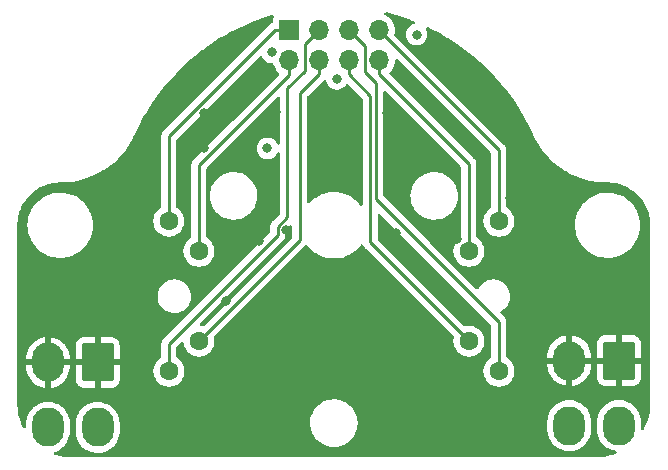
<source format=gbr>
%TF.GenerationSoftware,KiCad,Pcbnew,(6.0.9)*%
%TF.CreationDate,2023-01-27T20:10:08-09:00*%
%TF.ProjectId,GAUGE_Dual Needle Instruments,47415547-455f-4447-9561-6c204e656564,rev?*%
%TF.SameCoordinates,Original*%
%TF.FileFunction,Copper,L4,Bot*%
%TF.FilePolarity,Positive*%
%FSLAX46Y46*%
G04 Gerber Fmt 4.6, Leading zero omitted, Abs format (unit mm)*
G04 Created by KiCad (PCBNEW (6.0.9)) date 2023-01-27 20:10:08*
%MOMM*%
%LPD*%
G01*
G04 APERTURE LIST*
G04 Aperture macros list*
%AMRoundRect*
0 Rectangle with rounded corners*
0 $1 Rounding radius*
0 $2 $3 $4 $5 $6 $7 $8 $9 X,Y pos of 4 corners*
0 Add a 4 corners polygon primitive as box body*
4,1,4,$2,$3,$4,$5,$6,$7,$8,$9,$2,$3,0*
0 Add four circle primitives for the rounded corners*
1,1,$1+$1,$2,$3*
1,1,$1+$1,$4,$5*
1,1,$1+$1,$6,$7*
1,1,$1+$1,$8,$9*
0 Add four rect primitives between the rounded corners*
20,1,$1+$1,$2,$3,$4,$5,0*
20,1,$1+$1,$4,$5,$6,$7,0*
20,1,$1+$1,$6,$7,$8,$9,0*
20,1,$1+$1,$8,$9,$2,$3,0*%
G04 Aperture macros list end*
%TA.AperFunction,ComponentPad*%
%ADD10RoundRect,0.250001X1.099999X1.399999X-1.099999X1.399999X-1.099999X-1.399999X1.099999X-1.399999X0*%
%TD*%
%TA.AperFunction,ComponentPad*%
%ADD11O,2.700000X3.300000*%
%TD*%
%TA.AperFunction,ComponentPad*%
%ADD12C,1.600000*%
%TD*%
%TA.AperFunction,ComponentPad*%
%ADD13O,1.700000X1.700000*%
%TD*%
%TA.AperFunction,ComponentPad*%
%ADD14R,1.700000X1.700000*%
%TD*%
%TA.AperFunction,ViaPad*%
%ADD15C,0.800000*%
%TD*%
%TA.AperFunction,Conductor*%
%ADD16C,0.250000*%
%TD*%
G04 APERTURE END LIST*
D10*
%TO.P,J3,1*%
%TO.N,/LED+5V*%
X206322000Y-130210000D03*
D11*
%TO.P,J3,2*%
X202122000Y-130210000D03*
%TO.P,J3,3*%
%TO.N,/LEDGND*%
X206322000Y-135710000D03*
%TO.P,J3,4*%
%TO.N,/DOUT*%
X202122000Y-135710000D03*
%TD*%
D10*
%TO.P,J1,1*%
%TO.N,/LED+5V*%
X162189000Y-130363000D03*
D11*
%TO.P,J1,2*%
X157989000Y-130363000D03*
%TO.P,J1,3*%
%TO.N,/LEDGND*%
X162189000Y-135863000D03*
%TO.P,J1,4*%
%TO.N,/DIN*%
X157989000Y-135863000D03*
%TD*%
D12*
%TO.P,M1,8*%
%TO.N,/COIL8*%
X193630576Y-128559417D03*
%TO.P,M1,7*%
%TO.N,/COIL7*%
X193630576Y-120939417D03*
%TO.P,M1,6*%
%TO.N,/COIL6*%
X170770576Y-128559417D03*
%TO.P,M1,5*%
%TO.N,/COIL5*%
X170770576Y-120939417D03*
%TO.P,M1,4*%
%TO.N,/COIL4*%
X196170576Y-131099417D03*
%TO.P,M1,3*%
%TO.N,/COIL3*%
X196170576Y-118399417D03*
%TO.P,M1,2*%
%TO.N,/COIL2*%
X168230576Y-131099417D03*
%TO.P,M1,1*%
%TO.N,/COIL1*%
X168222000Y-118393000D03*
%TD*%
D13*
%TO.P,J2,8*%
%TO.N,/COIL7*%
X186002000Y-104773000D03*
%TO.P,J2,7*%
%TO.N,/COIL3*%
X186002000Y-102233000D03*
%TO.P,J2,6*%
%TO.N,/COIL8*%
X183462000Y-104773000D03*
%TO.P,J2,5*%
%TO.N,/COIL4*%
X183462000Y-102233000D03*
%TO.P,J2,4*%
%TO.N,/COIL6*%
X180922000Y-104773000D03*
%TO.P,J2,3*%
%TO.N,/COIL2*%
X180922000Y-102233000D03*
%TO.P,J2,2*%
%TO.N,/COIL5*%
X178382000Y-104773000D03*
D14*
%TO.P,J2,1*%
%TO.N,/COIL1*%
X178382000Y-102233000D03*
%TD*%
D15*
%TO.N,/LED+5V*%
X183464500Y-115398900D03*
X178173600Y-119173900D03*
X175811900Y-120099700D03*
X174479400Y-106750800D03*
X173088400Y-125141900D03*
X189182000Y-134353100D03*
X183239400Y-109195500D03*
X179755200Y-133598200D03*
X199191900Y-121272300D03*
X197073800Y-116479600D03*
X187419300Y-119418700D03*
X175384500Y-134170600D03*
X171225800Y-109265400D03*
X188690300Y-106874000D03*
X180905000Y-109195500D03*
X177319400Y-109195500D03*
X171216700Y-112197000D03*
X175871500Y-110045100D03*
X186649200Y-109233300D03*
X197004500Y-110433000D03*
X188390100Y-113644100D03*
X171908800Y-118294100D03*
X164574500Y-117330600D03*
X192635600Y-119896200D03*
X193448600Y-126799000D03*
X187607000Y-126418900D03*
X175211000Y-127661400D03*
X179656000Y-127661400D03*
X184101000Y-127661400D03*
X168934165Y-121858000D03*
X176346260Y-116206257D03*
X192344100Y-110332800D03*
%TO.N,/LEDGND*%
X176939341Y-104113176D03*
X182439341Y-106363176D03*
X176563082Y-112236917D03*
X189189341Y-102613176D03*
%TD*%
D16*
%TO.N,/COIL4*%
X196170600Y-126964500D02*
X196170600Y-131099400D01*
X185732200Y-116526100D02*
X196170600Y-126964500D01*
X184826999Y-103597999D02*
X184826999Y-105817998D01*
X185732200Y-106723200D02*
X185732200Y-116526100D01*
X184826999Y-105817998D02*
X185732200Y-106723200D01*
X183462000Y-102233000D02*
X184826999Y-103597999D01*
X196170576Y-131099417D02*
X196170576Y-127594411D01*
%TO.N,/COIL3*%
X196170576Y-112401576D02*
X196170576Y-118399417D01*
X186002000Y-102233000D02*
X196170576Y-112401576D01*
%TO.N,/COIL2*%
X168230600Y-128775900D02*
X168230600Y-131099400D01*
X177448300Y-119558200D02*
X168230600Y-128775900D01*
X177448300Y-118873500D02*
X177448300Y-119558200D01*
X179746999Y-103408001D02*
X179746999Y-105682602D01*
X178262000Y-118059800D02*
X177448300Y-118873500D01*
X178262000Y-107167600D02*
X178262000Y-118059800D01*
X179746999Y-105682602D02*
X178262000Y-107167600D01*
X180922000Y-102233000D02*
X179746999Y-103408001D01*
%TO.N,/COIL1*%
X178382000Y-102233000D02*
X177206700Y-102233000D01*
X177206700Y-102233000D02*
X168222000Y-111217700D01*
X168222000Y-111217700D02*
X168222000Y-118393000D01*
%TO.N,/COIL5*%
X170770600Y-120939400D02*
X170770600Y-113668900D01*
X170770600Y-113668900D02*
X178382000Y-106057500D01*
X178382000Y-106057500D02*
X178382000Y-105948300D01*
X178382000Y-104773000D02*
X178382000Y-105948300D01*
%TO.N,/COIL6*%
X180922000Y-104773000D02*
X180922000Y-105948300D01*
X180922000Y-105948300D02*
X179298800Y-107571500D01*
X179298800Y-107571500D02*
X179298800Y-120031200D01*
X179298800Y-120031200D02*
X170770600Y-128559400D01*
%TO.N,/COIL7*%
X186002000Y-104773000D02*
X186002000Y-105948300D01*
X186002000Y-105948300D02*
X193630600Y-113576900D01*
X193630600Y-113576900D02*
X193630600Y-120939400D01*
%TO.N,/COIL8*%
X193630600Y-128559400D02*
X185281800Y-120210600D01*
X185281800Y-120210600D02*
X185281800Y-107768100D01*
X185281800Y-107768100D02*
X183462000Y-105948300D01*
X183462000Y-104773000D02*
X183462000Y-105948300D01*
%TD*%
%TA.AperFunction,Conductor*%
%TO.N,/LED+5V*%
G36*
X186602807Y-100737706D02*
G01*
X187171238Y-100884029D01*
X187221429Y-100896949D01*
X187226985Y-100898516D01*
X187452637Y-100967768D01*
X188033740Y-101146108D01*
X188039187Y-101147917D01*
X188759432Y-101405617D01*
X188833757Y-101432210D01*
X188839141Y-101434277D01*
X188839871Y-101434576D01*
X188982535Y-101493124D01*
X189037962Y-101537491D01*
X189060602Y-101604781D01*
X189043269Y-101673630D01*
X188991466Y-101722177D01*
X188960896Y-101732936D01*
X188913517Y-101743007D01*
X188913508Y-101743010D01*
X188907053Y-101744382D01*
X188901023Y-101747067D01*
X188901022Y-101747067D01*
X188738619Y-101819373D01*
X188738617Y-101819374D01*
X188732589Y-101822058D01*
X188578088Y-101934310D01*
X188573667Y-101939220D01*
X188573666Y-101939221D01*
X188481187Y-102041930D01*
X188450301Y-102076232D01*
X188354814Y-102241620D01*
X188295799Y-102423248D01*
X188295109Y-102429809D01*
X188295109Y-102429811D01*
X188286617Y-102510612D01*
X188275837Y-102613176D01*
X188295799Y-102803104D01*
X188354814Y-102984732D01*
X188450301Y-103150120D01*
X188578088Y-103292042D01*
X188652805Y-103346327D01*
X188720681Y-103395642D01*
X188732589Y-103404294D01*
X188738617Y-103406978D01*
X188738619Y-103406979D01*
X188896029Y-103477062D01*
X188907053Y-103481970D01*
X188982981Y-103498109D01*
X189087397Y-103520304D01*
X189087402Y-103520304D01*
X189093854Y-103521676D01*
X189284828Y-103521676D01*
X189291280Y-103520304D01*
X189291285Y-103520304D01*
X189395701Y-103498109D01*
X189471629Y-103481970D01*
X189482653Y-103477062D01*
X189640063Y-103406979D01*
X189640065Y-103406978D01*
X189646093Y-103404294D01*
X189658002Y-103395642D01*
X189725877Y-103346327D01*
X189800594Y-103292042D01*
X189928381Y-103150120D01*
X190023868Y-102984732D01*
X190082883Y-102803104D01*
X190102845Y-102613176D01*
X190092065Y-102510612D01*
X190083573Y-102429811D01*
X190083573Y-102429809D01*
X190082883Y-102423248D01*
X190023868Y-102241620D01*
X189987147Y-102178017D01*
X189970409Y-102109021D01*
X189993630Y-102041930D01*
X190049437Y-101998043D01*
X190120112Y-101991294D01*
X190149393Y-102000765D01*
X190390321Y-102112797D01*
X190395500Y-102115351D01*
X191143587Y-102505848D01*
X191148641Y-102508635D01*
X191809065Y-102892857D01*
X191878063Y-102932999D01*
X191882986Y-102936017D01*
X192592210Y-103393359D01*
X192596989Y-103396598D01*
X193284490Y-103885931D01*
X193289116Y-103889386D01*
X193953484Y-104409706D01*
X193957947Y-104413369D01*
X194597795Y-104963593D01*
X194602085Y-104967457D01*
X195216045Y-105546407D01*
X195220154Y-105550464D01*
X195806934Y-106156920D01*
X195810853Y-106161160D01*
X196369261Y-106793892D01*
X196372981Y-106798308D01*
X196901781Y-107455915D01*
X196905296Y-107460496D01*
X197403447Y-108141682D01*
X197406747Y-108146419D01*
X197873155Y-108849692D01*
X197876235Y-108854576D01*
X198309935Y-109578478D01*
X198312788Y-109583498D01*
X198712858Y-110326487D01*
X198715473Y-110331620D01*
X198894873Y-110704804D01*
X199060878Y-111050125D01*
X199069131Y-111072506D01*
X199072558Y-111085465D01*
X199074971Y-111090971D01*
X199075043Y-111091232D01*
X199075186Y-111091462D01*
X199077596Y-111096963D01*
X199080215Y-111101072D01*
X199082509Y-111105371D01*
X199082468Y-111105393D01*
X199085156Y-111110153D01*
X199260983Y-111464173D01*
X199296821Y-111536331D01*
X199297972Y-111538284D01*
X199297973Y-111538286D01*
X199532517Y-111936278D01*
X199546103Y-111959332D01*
X199547373Y-111961172D01*
X199547378Y-111961180D01*
X199821096Y-112357785D01*
X199824991Y-112363428D01*
X199826386Y-112365168D01*
X199826396Y-112365182D01*
X200130645Y-112744788D01*
X200130653Y-112744798D01*
X200132057Y-112746549D01*
X200133590Y-112748203D01*
X200133591Y-112748205D01*
X200395310Y-113030720D01*
X200465730Y-113106736D01*
X200824301Y-113442144D01*
X200826043Y-113443554D01*
X200826051Y-113443561D01*
X200996079Y-113581189D01*
X201205935Y-113751056D01*
X201207767Y-113752333D01*
X201207777Y-113752341D01*
X201407335Y-113891494D01*
X201608679Y-114031893D01*
X201610621Y-114033050D01*
X201610627Y-114033054D01*
X202028529Y-114282058D01*
X202030471Y-114283215D01*
X202032481Y-114284225D01*
X202032493Y-114284232D01*
X202208691Y-114372805D01*
X202469153Y-114503737D01*
X202471228Y-114504600D01*
X202471234Y-114504603D01*
X202599882Y-114558123D01*
X202922479Y-114692330D01*
X203018606Y-114724472D01*
X203385977Y-114847310D01*
X203385983Y-114847312D01*
X203388128Y-114848029D01*
X203863718Y-114970036D01*
X203865917Y-114970435D01*
X203865930Y-114970438D01*
X204129991Y-115018370D01*
X204346814Y-115057728D01*
X204623982Y-115087781D01*
X204832708Y-115110414D01*
X204832717Y-115110415D01*
X204834943Y-115110656D01*
X205182815Y-115123340D01*
X205296096Y-115127471D01*
X205303391Y-115128216D01*
X205303411Y-115127994D01*
X205308265Y-115128433D01*
X205313055Y-115129242D01*
X205317908Y-115129305D01*
X205317912Y-115129305D01*
X205319360Y-115129323D01*
X205325607Y-115129404D01*
X205330419Y-115128718D01*
X205335283Y-115128405D01*
X205335298Y-115128635D01*
X205346731Y-115127896D01*
X205354191Y-115127987D01*
X205363060Y-115129368D01*
X205371963Y-115128204D01*
X205382412Y-115126838D01*
X205404929Y-115125926D01*
X205717880Y-115141303D01*
X205730178Y-115142515D01*
X206069244Y-115192813D01*
X206081358Y-115195222D01*
X206413871Y-115278515D01*
X206425703Y-115282105D01*
X206748435Y-115397583D01*
X206759858Y-115402315D01*
X207069709Y-115548865D01*
X207080614Y-115554693D01*
X207374622Y-115730916D01*
X207384903Y-115737786D01*
X207660226Y-115941981D01*
X207669778Y-115949821D01*
X207923760Y-116180019D01*
X207932503Y-116188762D01*
X208162688Y-116442733D01*
X208170532Y-116452291D01*
X208374718Y-116727604D01*
X208381588Y-116737885D01*
X208557809Y-117031892D01*
X208563638Y-117042797D01*
X208710196Y-117352667D01*
X208714927Y-117364091D01*
X208830398Y-117686808D01*
X208833988Y-117698640D01*
X208844659Y-117741238D01*
X208902596Y-117972530D01*
X208917279Y-118031148D01*
X208919689Y-118043267D01*
X208969863Y-118381500D01*
X208969987Y-118382334D01*
X208971199Y-118394637D01*
X208972894Y-118429149D01*
X208986216Y-118700292D01*
X208984868Y-118725859D01*
X208984530Y-118728027D01*
X208984530Y-118728035D01*
X208983149Y-118736903D01*
X208984313Y-118745804D01*
X208984313Y-118745808D01*
X208987276Y-118768462D01*
X208988340Y-118784800D01*
X208988340Y-133780462D01*
X208986840Y-133799848D01*
X208986109Y-133804545D01*
X208983149Y-133823552D01*
X208985824Y-133844012D01*
X208986768Y-133865835D01*
X208981608Y-133984002D01*
X208971182Y-134222763D01*
X208970224Y-134233713D01*
X208969862Y-134236465D01*
X208929027Y-134546625D01*
X208919602Y-134618208D01*
X208917694Y-134629029D01*
X208892026Y-134744807D01*
X208833754Y-135007649D01*
X208830909Y-135018266D01*
X208714295Y-135388116D01*
X208710536Y-135398446D01*
X208562121Y-135756748D01*
X208557475Y-135766709D01*
X208418263Y-136034132D01*
X208369067Y-136085320D01*
X208300005Y-136101785D01*
X208233006Y-136078298D01*
X208189341Y-136022317D01*
X208180500Y-135975952D01*
X208180500Y-135341488D01*
X208177385Y-135298547D01*
X208170823Y-135208116D01*
X208165953Y-135140996D01*
X208164969Y-135136538D01*
X208108791Y-134882088D01*
X208108790Y-134882084D01*
X208107806Y-134877628D01*
X208057485Y-134744807D01*
X208013868Y-134629682D01*
X208013867Y-134629679D01*
X208012250Y-134625412D01*
X207881286Y-134389632D01*
X207782470Y-134260152D01*
X207720429Y-134178859D01*
X207720428Y-134178858D01*
X207717657Y-134175227D01*
X207694627Y-134152713D01*
X207585523Y-134046057D01*
X207524792Y-133986688D01*
X207306730Y-133827966D01*
X207186466Y-133764692D01*
X207072079Y-133704510D01*
X207072073Y-133704507D01*
X207068039Y-133702385D01*
X207063734Y-133700865D01*
X207063730Y-133700863D01*
X206818033Y-133614098D01*
X206818032Y-133614098D01*
X206813720Y-133612575D01*
X206685968Y-133587395D01*
X206553572Y-133561300D01*
X206553566Y-133561299D01*
X206549100Y-133560419D01*
X206544547Y-133560192D01*
X206544544Y-133560192D01*
X206284292Y-133547236D01*
X206284286Y-133547236D01*
X206279723Y-133547009D01*
X206011231Y-133572625D01*
X206006797Y-133573710D01*
X206006791Y-133573711D01*
X205753688Y-133635645D01*
X205749250Y-133636731D01*
X205499267Y-133737985D01*
X205410065Y-133790215D01*
X205304312Y-133852136D01*
X205266518Y-133874265D01*
X205055881Y-134042716D01*
X204871766Y-134239809D01*
X204718032Y-134461416D01*
X204716001Y-134465499D01*
X204715999Y-134465502D01*
X204698712Y-134500250D01*
X204597899Y-134702894D01*
X204596478Y-134707228D01*
X204596477Y-134707231D01*
X204582862Y-134748765D01*
X204513882Y-134959186D01*
X204513102Y-134963677D01*
X204513102Y-134963678D01*
X204481525Y-135145547D01*
X204467743Y-135224921D01*
X204467552Y-135228758D01*
X204464078Y-135298547D01*
X204463500Y-135310149D01*
X204463500Y-136078512D01*
X204463665Y-136080780D01*
X204463665Y-136080792D01*
X204467182Y-136129259D01*
X204478047Y-136279004D01*
X204479031Y-136283459D01*
X204479031Y-136283462D01*
X204529786Y-136513347D01*
X204536194Y-136542372D01*
X204583972Y-136668480D01*
X204603944Y-136721194D01*
X204631750Y-136794588D01*
X204762714Y-137030368D01*
X204765486Y-137034000D01*
X204879608Y-137183535D01*
X204926343Y-137244773D01*
X204929609Y-137247966D01*
X204929611Y-137247968D01*
X204963126Y-137280731D01*
X205119208Y-137433312D01*
X205337270Y-137592034D01*
X205437031Y-137644521D01*
X205571921Y-137715490D01*
X205571927Y-137715493D01*
X205575961Y-137717615D01*
X205580266Y-137719135D01*
X205580270Y-137719137D01*
X205765549Y-137784566D01*
X205830280Y-137807425D01*
X205834761Y-137808308D01*
X205834764Y-137808309D01*
X205911237Y-137823382D01*
X206043710Y-137849492D01*
X206106676Y-137882289D01*
X206141916Y-137943922D01*
X206138240Y-138014823D01*
X206096815Y-138072482D01*
X206067564Y-138089521D01*
X206026362Y-138106588D01*
X205985453Y-138123533D01*
X205975137Y-138127288D01*
X205848717Y-138167149D01*
X205605270Y-138243908D01*
X205594653Y-138246753D01*
X205405347Y-138288722D01*
X205216037Y-138330693D01*
X205205220Y-138332600D01*
X204914764Y-138370841D01*
X204820721Y-138383223D01*
X204809771Y-138384181D01*
X204754754Y-138386584D01*
X204460326Y-138399441D01*
X204435453Y-138398061D01*
X204423112Y-138396140D01*
X204414211Y-138397304D01*
X204414207Y-138397304D01*
X204391553Y-138400267D01*
X204375215Y-138401331D01*
X160016205Y-138401331D01*
X159996820Y-138399831D01*
X159981987Y-138397521D01*
X159981983Y-138397521D01*
X159973114Y-138396140D01*
X159952656Y-138398815D01*
X159930830Y-138399759D01*
X159573894Y-138384178D01*
X159562949Y-138383220D01*
X159178448Y-138332603D01*
X159167628Y-138330696D01*
X159033665Y-138300997D01*
X158789014Y-138246761D01*
X158778397Y-138243917D01*
X158662001Y-138207219D01*
X158562772Y-138175933D01*
X158503819Y-138136373D01*
X158475612Y-138071220D01*
X158487106Y-138001160D01*
X158534654Y-137948437D01*
X158560263Y-137936633D01*
X158561750Y-137936269D01*
X158811733Y-137835015D01*
X159044482Y-137698735D01*
X159255119Y-137530284D01*
X159439234Y-137333191D01*
X159592968Y-137111584D01*
X159713101Y-136870106D01*
X159718615Y-136853287D01*
X159795698Y-136618147D01*
X159795699Y-136618141D01*
X159797118Y-136613814D01*
X159825226Y-136451930D01*
X159842601Y-136351860D01*
X159842602Y-136351852D01*
X159843257Y-136348079D01*
X159846696Y-136279004D01*
X159847422Y-136264422D01*
X159847422Y-136264414D01*
X159847500Y-136262851D01*
X159847500Y-136231512D01*
X160330500Y-136231512D01*
X160330665Y-136233780D01*
X160330665Y-136233792D01*
X160333946Y-136279004D01*
X160345047Y-136432004D01*
X160346031Y-136436459D01*
X160346031Y-136436462D01*
X160387673Y-136625071D01*
X160403194Y-136695372D01*
X160404812Y-136699642D01*
X160470944Y-136874194D01*
X160498750Y-136947588D01*
X160629714Y-137183368D01*
X160711528Y-137290570D01*
X160751036Y-137342337D01*
X160793343Y-137397773D01*
X160796609Y-137400966D01*
X160796611Y-137400968D01*
X160889775Y-137492042D01*
X160986208Y-137586312D01*
X161204270Y-137745034D01*
X161273685Y-137781555D01*
X161438921Y-137868490D01*
X161438927Y-137868493D01*
X161442961Y-137870615D01*
X161447266Y-137872135D01*
X161447270Y-137872137D01*
X161663333Y-137948437D01*
X161697280Y-137960425D01*
X161825032Y-137985605D01*
X161957428Y-138011700D01*
X161957434Y-138011701D01*
X161961900Y-138012581D01*
X161966453Y-138012808D01*
X161966456Y-138012808D01*
X162226708Y-138025764D01*
X162226714Y-138025764D01*
X162231277Y-138025991D01*
X162499769Y-138000375D01*
X162504203Y-137999290D01*
X162504209Y-137999289D01*
X162757312Y-137937355D01*
X162761750Y-137936269D01*
X163011733Y-137835015D01*
X163244482Y-137698735D01*
X163455119Y-137530284D01*
X163639234Y-137333191D01*
X163792968Y-137111584D01*
X163913101Y-136870106D01*
X163918615Y-136853287D01*
X163995698Y-136618147D01*
X163995699Y-136618141D01*
X163997118Y-136613814D01*
X164025226Y-136451930D01*
X164042601Y-136351860D01*
X164042602Y-136351852D01*
X164043257Y-136348079D01*
X164046696Y-136279004D01*
X164047422Y-136264422D01*
X164047422Y-136264414D01*
X164047500Y-136262851D01*
X164047500Y-135494488D01*
X164043020Y-135432733D01*
X180179822Y-135432733D01*
X180179975Y-135437121D01*
X180179975Y-135437127D01*
X180182059Y-135496779D01*
X180189625Y-135713458D01*
X180190387Y-135717781D01*
X180190388Y-135717788D01*
X180214164Y-135852624D01*
X180238402Y-135990087D01*
X180325203Y-136257235D01*
X180327131Y-136261188D01*
X180327133Y-136261193D01*
X180354902Y-136318127D01*
X180448340Y-136509702D01*
X180450795Y-136513341D01*
X180450798Y-136513347D01*
X180470376Y-136542372D01*
X180605415Y-136742576D01*
X180793371Y-136951322D01*
X181008550Y-137131879D01*
X181246764Y-137280731D01*
X181503375Y-137394982D01*
X181524251Y-137400968D01*
X181737414Y-137462091D01*
X181773390Y-137472407D01*
X181777740Y-137473018D01*
X181777743Y-137473019D01*
X181880690Y-137487487D01*
X182051552Y-137511500D01*
X182262146Y-137511500D01*
X182264332Y-137511347D01*
X182264336Y-137511347D01*
X182467827Y-137497118D01*
X182467832Y-137497117D01*
X182472212Y-137496811D01*
X182746970Y-137438409D01*
X182751099Y-137436906D01*
X182751103Y-137436905D01*
X183006781Y-137343846D01*
X183006785Y-137343844D01*
X183010926Y-137342337D01*
X183258942Y-137210464D01*
X183296237Y-137183368D01*
X183482629Y-137047947D01*
X183482632Y-137047944D01*
X183486192Y-137045358D01*
X183505850Y-137026375D01*
X183587436Y-136947588D01*
X183688252Y-136850231D01*
X183861188Y-136628882D01*
X183863384Y-136625078D01*
X183863389Y-136625071D01*
X183999435Y-136389431D01*
X184001636Y-136385619D01*
X184106862Y-136125176D01*
X184110683Y-136109851D01*
X184118497Y-136078512D01*
X200263500Y-136078512D01*
X200263665Y-136080780D01*
X200263665Y-136080792D01*
X200267182Y-136129259D01*
X200278047Y-136279004D01*
X200279031Y-136283459D01*
X200279031Y-136283462D01*
X200329786Y-136513347D01*
X200336194Y-136542372D01*
X200383972Y-136668480D01*
X200403944Y-136721194D01*
X200431750Y-136794588D01*
X200562714Y-137030368D01*
X200565486Y-137034000D01*
X200679608Y-137183535D01*
X200726343Y-137244773D01*
X200729609Y-137247966D01*
X200729611Y-137247968D01*
X200763126Y-137280731D01*
X200919208Y-137433312D01*
X201137270Y-137592034D01*
X201237031Y-137644521D01*
X201371921Y-137715490D01*
X201371927Y-137715493D01*
X201375961Y-137717615D01*
X201380266Y-137719135D01*
X201380270Y-137719137D01*
X201565549Y-137784566D01*
X201630280Y-137807425D01*
X201758032Y-137832605D01*
X201890428Y-137858700D01*
X201890434Y-137858701D01*
X201894900Y-137859581D01*
X201899453Y-137859808D01*
X201899456Y-137859808D01*
X202159708Y-137872764D01*
X202159714Y-137872764D01*
X202164277Y-137872991D01*
X202432769Y-137847375D01*
X202437203Y-137846290D01*
X202437209Y-137846289D01*
X202690312Y-137784355D01*
X202694750Y-137783269D01*
X202944733Y-137682015D01*
X203177482Y-137545735D01*
X203365989Y-137394982D01*
X203384553Y-137380136D01*
X203384555Y-137380135D01*
X203388119Y-137377284D01*
X203572234Y-137180191D01*
X203725968Y-136958584D01*
X203731439Y-136947588D01*
X203844067Y-136721194D01*
X203846101Y-136717106D01*
X203854688Y-136690912D01*
X203928698Y-136465147D01*
X203928699Y-136465141D01*
X203930118Y-136460814D01*
X203935120Y-136432004D01*
X203975601Y-136198860D01*
X203975602Y-136198852D01*
X203976257Y-136195079D01*
X203980500Y-136109851D01*
X203980500Y-135341488D01*
X203977385Y-135298547D01*
X203970823Y-135208116D01*
X203965953Y-135140996D01*
X203964969Y-135136538D01*
X203908791Y-134882088D01*
X203908790Y-134882084D01*
X203907806Y-134877628D01*
X203857485Y-134744807D01*
X203813868Y-134629682D01*
X203813867Y-134629679D01*
X203812250Y-134625412D01*
X203681286Y-134389632D01*
X203582470Y-134260152D01*
X203520429Y-134178859D01*
X203520428Y-134178858D01*
X203517657Y-134175227D01*
X203494627Y-134152713D01*
X203385523Y-134046057D01*
X203324792Y-133986688D01*
X203106730Y-133827966D01*
X202986466Y-133764692D01*
X202872079Y-133704510D01*
X202872073Y-133704507D01*
X202868039Y-133702385D01*
X202863734Y-133700865D01*
X202863730Y-133700863D01*
X202618033Y-133614098D01*
X202618032Y-133614098D01*
X202613720Y-133612575D01*
X202485968Y-133587395D01*
X202353572Y-133561300D01*
X202353566Y-133561299D01*
X202349100Y-133560419D01*
X202344547Y-133560192D01*
X202344544Y-133560192D01*
X202084292Y-133547236D01*
X202084286Y-133547236D01*
X202079723Y-133547009D01*
X201811231Y-133572625D01*
X201806797Y-133573710D01*
X201806791Y-133573711D01*
X201553688Y-133635645D01*
X201549250Y-133636731D01*
X201299267Y-133737985D01*
X201210065Y-133790215D01*
X201104312Y-133852136D01*
X201066518Y-133874265D01*
X200855881Y-134042716D01*
X200671766Y-134239809D01*
X200518032Y-134461416D01*
X200516001Y-134465499D01*
X200515999Y-134465502D01*
X200498712Y-134500250D01*
X200397899Y-134702894D01*
X200396478Y-134707228D01*
X200396477Y-134707231D01*
X200382862Y-134748765D01*
X200313882Y-134959186D01*
X200313102Y-134963677D01*
X200313102Y-134963678D01*
X200281525Y-135145547D01*
X200267743Y-135224921D01*
X200267552Y-135228758D01*
X200264078Y-135298547D01*
X200263500Y-135310149D01*
X200263500Y-136078512D01*
X184118497Y-136078512D01*
X184173753Y-135856893D01*
X184173754Y-135856888D01*
X184174817Y-135852624D01*
X184183847Y-135766715D01*
X184203719Y-135577636D01*
X184203719Y-135577633D01*
X184204178Y-135573267D01*
X184201427Y-135494488D01*
X184194529Y-135296939D01*
X184194528Y-135296933D01*
X184194375Y-135292542D01*
X184183129Y-135228758D01*
X184148979Y-135035088D01*
X184145598Y-135015913D01*
X184058797Y-134748765D01*
X184038540Y-134707231D01*
X184000403Y-134629040D01*
X183935660Y-134496298D01*
X183933205Y-134492659D01*
X183933202Y-134492653D01*
X183820140Y-134325032D01*
X183778585Y-134263424D01*
X183590629Y-134054678D01*
X183375450Y-133874121D01*
X183137236Y-133725269D01*
X182880625Y-133611018D01*
X182725992Y-133566678D01*
X182614837Y-133534805D01*
X182614836Y-133534805D01*
X182610610Y-133533593D01*
X182606260Y-133532982D01*
X182606257Y-133532981D01*
X182503310Y-133518513D01*
X182332448Y-133494500D01*
X182121854Y-133494500D01*
X182119668Y-133494653D01*
X182119664Y-133494653D01*
X181916173Y-133508882D01*
X181916168Y-133508883D01*
X181911788Y-133509189D01*
X181637030Y-133567591D01*
X181632901Y-133569094D01*
X181632897Y-133569095D01*
X181377219Y-133662154D01*
X181377215Y-133662156D01*
X181373074Y-133663663D01*
X181125058Y-133795536D01*
X181121499Y-133798122D01*
X181121497Y-133798123D01*
X180996041Y-133889272D01*
X180897808Y-133960642D01*
X180894644Y-133963698D01*
X180894641Y-133963700D01*
X180867528Y-133989883D01*
X180695748Y-134155769D01*
X180522812Y-134377118D01*
X180520616Y-134380922D01*
X180520611Y-134380929D01*
X180429349Y-134539000D01*
X180382364Y-134620381D01*
X180277138Y-134880824D01*
X180276073Y-134885097D01*
X180276072Y-134885099D01*
X180212270Y-135140996D01*
X180209183Y-135153376D01*
X180208724Y-135157744D01*
X180208723Y-135157749D01*
X180183423Y-135398471D01*
X180179822Y-135432733D01*
X164043020Y-135432733D01*
X164033283Y-135298547D01*
X164032953Y-135293996D01*
X164018550Y-135228758D01*
X163975791Y-135035088D01*
X163975790Y-135035084D01*
X163974806Y-135030628D01*
X163916840Y-134877628D01*
X163880868Y-134782682D01*
X163880867Y-134782679D01*
X163879250Y-134778412D01*
X163748286Y-134542632D01*
X163666471Y-134435429D01*
X163587429Y-134331859D01*
X163587428Y-134331858D01*
X163584657Y-134328227D01*
X163391792Y-134139688D01*
X163173730Y-133980966D01*
X163073969Y-133928479D01*
X162939079Y-133857510D01*
X162939073Y-133857507D01*
X162935039Y-133855385D01*
X162930734Y-133853865D01*
X162930730Y-133853863D01*
X162685033Y-133767098D01*
X162685032Y-133767098D01*
X162680720Y-133765575D01*
X162532048Y-133736272D01*
X162420572Y-133714300D01*
X162420566Y-133714299D01*
X162416100Y-133713419D01*
X162411547Y-133713192D01*
X162411544Y-133713192D01*
X162151292Y-133700236D01*
X162151286Y-133700236D01*
X162146723Y-133700009D01*
X161878231Y-133725625D01*
X161873797Y-133726710D01*
X161873791Y-133726711D01*
X161654129Y-133780462D01*
X161616250Y-133789731D01*
X161366267Y-133890985D01*
X161133518Y-134027265D01*
X161129951Y-134030118D01*
X160943960Y-134178859D01*
X160922881Y-134195716D01*
X160738766Y-134392809D01*
X160585032Y-134614416D01*
X160583001Y-134618499D01*
X160582999Y-134618502D01*
X160577437Y-134629682D01*
X160464899Y-134855894D01*
X160463478Y-134860228D01*
X160463477Y-134860231D01*
X160411025Y-135020236D01*
X160380882Y-135112186D01*
X160380102Y-135116677D01*
X160380102Y-135116678D01*
X160341069Y-135341488D01*
X160334743Y-135377921D01*
X160330500Y-135463149D01*
X160330500Y-136231512D01*
X159847500Y-136231512D01*
X159847500Y-135494488D01*
X159843020Y-135432733D01*
X159833283Y-135298547D01*
X159832953Y-135293996D01*
X159818550Y-135228758D01*
X159775791Y-135035088D01*
X159775790Y-135035084D01*
X159774806Y-135030628D01*
X159716840Y-134877628D01*
X159680868Y-134782682D01*
X159680867Y-134782679D01*
X159679250Y-134778412D01*
X159548286Y-134542632D01*
X159466471Y-134435429D01*
X159387429Y-134331859D01*
X159387428Y-134331858D01*
X159384657Y-134328227D01*
X159191792Y-134139688D01*
X158973730Y-133980966D01*
X158873969Y-133928479D01*
X158739079Y-133857510D01*
X158739073Y-133857507D01*
X158735039Y-133855385D01*
X158730734Y-133853865D01*
X158730730Y-133853863D01*
X158485033Y-133767098D01*
X158485032Y-133767098D01*
X158480720Y-133765575D01*
X158332048Y-133736272D01*
X158220572Y-133714300D01*
X158220566Y-133714299D01*
X158216100Y-133713419D01*
X158211547Y-133713192D01*
X158211544Y-133713192D01*
X157951292Y-133700236D01*
X157951286Y-133700236D01*
X157946723Y-133700009D01*
X157678231Y-133725625D01*
X157673797Y-133726710D01*
X157673791Y-133726711D01*
X157454129Y-133780462D01*
X157416250Y-133789731D01*
X157166267Y-133890985D01*
X156933518Y-134027265D01*
X156929951Y-134030118D01*
X156743960Y-134178859D01*
X156722881Y-134195716D01*
X156538766Y-134392809D01*
X156385032Y-134614416D01*
X156383001Y-134618499D01*
X156382999Y-134618502D01*
X156377437Y-134629682D01*
X156264899Y-134855894D01*
X156263478Y-134860228D01*
X156263477Y-134860231D01*
X156211025Y-135020236D01*
X156180882Y-135112186D01*
X156180102Y-135116677D01*
X156180102Y-135116678D01*
X156141069Y-135341488D01*
X156134743Y-135377921D01*
X156130500Y-135463149D01*
X156130500Y-135836470D01*
X156110498Y-135904591D01*
X156056842Y-135951084D01*
X155986568Y-135961188D01*
X155921988Y-135931694D01*
X155892737Y-135894651D01*
X155826137Y-135766715D01*
X155821492Y-135756753D01*
X155699874Y-135463149D01*
X155673082Y-135398468D01*
X155669323Y-135388141D01*
X155552702Y-135018272D01*
X155549857Y-135007655D01*
X155481384Y-134698806D01*
X155465916Y-134629033D01*
X155464008Y-134618215D01*
X155413386Y-134233717D01*
X155412428Y-134222767D01*
X155405088Y-134054678D01*
X155397182Y-133873640D01*
X155398563Y-133848758D01*
X155399152Y-133844979D01*
X155399152Y-133844973D01*
X155400533Y-133836104D01*
X155399369Y-133827203D01*
X155399369Y-133827199D01*
X155396406Y-133804545D01*
X155395342Y-133788207D01*
X155395342Y-130729206D01*
X156131000Y-130729206D01*
X156131165Y-130733777D01*
X156145213Y-130927380D01*
X156146527Y-130936389D01*
X156202689Y-131190769D01*
X156205292Y-131199499D01*
X156297586Y-131443107D01*
X156301421Y-131451368D01*
X156427915Y-131679101D01*
X156432905Y-131686726D01*
X156590946Y-131893809D01*
X156596986Y-131900636D01*
X156783264Y-132082735D01*
X156790226Y-132088618D01*
X157000843Y-132241922D01*
X157008573Y-132246733D01*
X157239122Y-132368031D01*
X157247472Y-132371678D01*
X157493099Y-132458419D01*
X157501894Y-132460825D01*
X157717225Y-132503267D01*
X157730137Y-132502088D01*
X157734939Y-132487174D01*
X158243000Y-132487174D01*
X158247251Y-132501651D01*
X158259512Y-132503714D01*
X158295133Y-132500315D01*
X158304125Y-132498795D01*
X158557158Y-132436878D01*
X158565827Y-132434078D01*
X158807282Y-132336278D01*
X158815455Y-132332256D01*
X159040253Y-132200632D01*
X159047765Y-132195469D01*
X159251213Y-132032769D01*
X159257896Y-132026580D01*
X159435733Y-131836206D01*
X159441443Y-131829129D01*
X159454647Y-131810096D01*
X160331000Y-131810096D01*
X160331337Y-131816611D01*
X160341256Y-131912203D01*
X160344150Y-131925602D01*
X160395588Y-132079783D01*
X160401762Y-132092962D01*
X160487063Y-132230807D01*
X160496099Y-132242208D01*
X160610830Y-132356739D01*
X160622241Y-132365751D01*
X160760245Y-132450818D01*
X160773423Y-132456962D01*
X160927716Y-132508139D01*
X160941081Y-132511005D01*
X161035439Y-132520672D01*
X161041855Y-132521000D01*
X161916885Y-132521000D01*
X161932124Y-132516525D01*
X161933329Y-132515135D01*
X161935000Y-132507452D01*
X161935000Y-132502885D01*
X162443000Y-132502885D01*
X162447475Y-132518124D01*
X162448865Y-132519329D01*
X162456548Y-132521000D01*
X163336096Y-132521000D01*
X163342611Y-132520663D01*
X163438203Y-132510744D01*
X163451602Y-132507850D01*
X163605783Y-132456412D01*
X163618962Y-132450238D01*
X163756807Y-132364937D01*
X163768208Y-132355901D01*
X163882739Y-132241170D01*
X163891751Y-132229759D01*
X163976818Y-132091755D01*
X163982962Y-132078577D01*
X164034139Y-131924284D01*
X164037005Y-131910919D01*
X164046672Y-131816561D01*
X164047000Y-131810145D01*
X164047000Y-130635115D01*
X164042525Y-130619876D01*
X164041135Y-130618671D01*
X164033452Y-130617000D01*
X162461115Y-130617000D01*
X162445876Y-130621475D01*
X162444671Y-130622865D01*
X162443000Y-130630548D01*
X162443000Y-132502885D01*
X161935000Y-132502885D01*
X161935000Y-130635115D01*
X161930525Y-130619876D01*
X161929135Y-130618671D01*
X161921452Y-130617000D01*
X160349115Y-130617000D01*
X160333876Y-130621475D01*
X160332671Y-130622865D01*
X160331000Y-130630548D01*
X160331000Y-131810096D01*
X159454647Y-131810096D01*
X159589934Y-131615082D01*
X159594571Y-131607241D01*
X159710604Y-131374003D01*
X159714060Y-131365578D01*
X159795212Y-131118026D01*
X159797412Y-131109201D01*
X159842103Y-130851811D01*
X159842950Y-130844193D01*
X159846922Y-130764408D01*
X159847000Y-130761267D01*
X159847000Y-130635115D01*
X159842525Y-130619876D01*
X159841135Y-130618671D01*
X159833452Y-130617000D01*
X158261115Y-130617000D01*
X158245876Y-130621475D01*
X158244671Y-130622865D01*
X158243000Y-130630548D01*
X158243000Y-132487174D01*
X157734939Y-132487174D01*
X157735000Y-132486985D01*
X157735000Y-130635115D01*
X157730525Y-130619876D01*
X157729135Y-130618671D01*
X157721452Y-130617000D01*
X156149115Y-130617000D01*
X156133876Y-130621475D01*
X156132671Y-130622865D01*
X156131000Y-130630548D01*
X156131000Y-130729206D01*
X155395342Y-130729206D01*
X155395342Y-130090885D01*
X156131000Y-130090885D01*
X156135475Y-130106124D01*
X156136865Y-130107329D01*
X156144548Y-130109000D01*
X157716885Y-130109000D01*
X157732124Y-130104525D01*
X157733329Y-130103135D01*
X157735000Y-130095452D01*
X157735000Y-130090885D01*
X158243000Y-130090885D01*
X158247475Y-130106124D01*
X158248865Y-130107329D01*
X158256548Y-130109000D01*
X159828885Y-130109000D01*
X159844124Y-130104525D01*
X159845329Y-130103135D01*
X159847000Y-130095452D01*
X159847000Y-130090885D01*
X160331000Y-130090885D01*
X160335475Y-130106124D01*
X160336865Y-130107329D01*
X160344548Y-130109000D01*
X161916885Y-130109000D01*
X161932124Y-130104525D01*
X161933329Y-130103135D01*
X161935000Y-130095452D01*
X161935000Y-130090885D01*
X162443000Y-130090885D01*
X162447475Y-130106124D01*
X162448865Y-130107329D01*
X162456548Y-130109000D01*
X164028885Y-130109000D01*
X164044124Y-130104525D01*
X164045329Y-130103135D01*
X164047000Y-130095452D01*
X164047000Y-128915904D01*
X164046663Y-128909389D01*
X164036744Y-128813797D01*
X164033850Y-128800398D01*
X163982412Y-128646217D01*
X163976238Y-128633038D01*
X163890937Y-128495193D01*
X163881901Y-128483792D01*
X163767170Y-128369261D01*
X163755759Y-128360249D01*
X163617755Y-128275182D01*
X163604577Y-128269038D01*
X163450284Y-128217861D01*
X163436919Y-128214995D01*
X163342561Y-128205328D01*
X163336144Y-128205000D01*
X162461115Y-128205000D01*
X162445876Y-128209475D01*
X162444671Y-128210865D01*
X162443000Y-128218548D01*
X162443000Y-130090885D01*
X161935000Y-130090885D01*
X161935000Y-128223115D01*
X161930525Y-128207876D01*
X161929135Y-128206671D01*
X161921452Y-128205000D01*
X161041904Y-128205000D01*
X161035389Y-128205337D01*
X160939797Y-128215256D01*
X160926398Y-128218150D01*
X160772217Y-128269588D01*
X160759038Y-128275762D01*
X160621193Y-128361063D01*
X160609792Y-128370099D01*
X160495261Y-128484830D01*
X160486249Y-128496241D01*
X160401182Y-128634245D01*
X160395038Y-128647423D01*
X160343861Y-128801716D01*
X160340995Y-128815081D01*
X160331328Y-128909439D01*
X160331000Y-128915856D01*
X160331000Y-130090885D01*
X159847000Y-130090885D01*
X159847000Y-129996794D01*
X159846835Y-129992223D01*
X159832787Y-129798620D01*
X159831473Y-129789611D01*
X159775311Y-129535231D01*
X159772708Y-129526501D01*
X159680414Y-129282893D01*
X159676579Y-129274632D01*
X159550085Y-129046899D01*
X159545095Y-129039274D01*
X159387054Y-128832191D01*
X159381014Y-128825364D01*
X159194736Y-128643265D01*
X159187774Y-128637382D01*
X158977157Y-128484078D01*
X158969427Y-128479267D01*
X158738878Y-128357969D01*
X158730528Y-128354322D01*
X158484901Y-128267581D01*
X158476106Y-128265175D01*
X158260775Y-128222733D01*
X158247863Y-128223912D01*
X158243000Y-128239015D01*
X158243000Y-130090885D01*
X157735000Y-130090885D01*
X157735000Y-128238826D01*
X157730749Y-128224349D01*
X157718488Y-128222286D01*
X157682867Y-128225685D01*
X157673875Y-128227205D01*
X157420842Y-128289122D01*
X157412173Y-128291922D01*
X157170718Y-128389722D01*
X157162545Y-128393744D01*
X156937747Y-128525368D01*
X156930235Y-128530531D01*
X156726787Y-128693231D01*
X156720104Y-128699420D01*
X156542267Y-128889794D01*
X156536557Y-128896871D01*
X156388066Y-129110918D01*
X156383429Y-129118759D01*
X156267396Y-129351997D01*
X156263940Y-129360422D01*
X156182788Y-129607974D01*
X156180588Y-129616799D01*
X156135897Y-129874189D01*
X156135050Y-129881807D01*
X156131078Y-129961592D01*
X156131000Y-129964733D01*
X156131000Y-130090885D01*
X155395342Y-130090885D01*
X155395342Y-124686411D01*
X167279977Y-124686411D01*
X167288945Y-124925274D01*
X167338030Y-125159211D01*
X167425829Y-125381533D01*
X167549832Y-125585883D01*
X167553329Y-125589913D01*
X167643090Y-125693353D01*
X167706493Y-125766419D01*
X167710619Y-125769802D01*
X167710623Y-125769806D01*
X167809629Y-125850985D01*
X167891333Y-125917978D01*
X167895969Y-125920617D01*
X167895972Y-125920619D01*
X168009386Y-125985178D01*
X168099066Y-126036227D01*
X168323753Y-126117784D01*
X168329002Y-126118733D01*
X168329005Y-126118734D01*
X168554885Y-126159580D01*
X168554893Y-126159581D01*
X168558969Y-126160318D01*
X168577359Y-126161185D01*
X168582544Y-126161430D01*
X168582551Y-126161430D01*
X168584032Y-126161500D01*
X168752012Y-126161500D01*
X168930175Y-126146383D01*
X168935339Y-126145043D01*
X168935343Y-126145042D01*
X169156375Y-126087673D01*
X169156380Y-126087671D01*
X169161540Y-126086332D01*
X169374612Y-125990350D01*
X169374619Y-125990347D01*
X169374622Y-125990346D01*
X169379480Y-125988157D01*
X169577762Y-125854666D01*
X169750718Y-125689674D01*
X169893402Y-125497900D01*
X170001733Y-125284828D01*
X170042361Y-125153984D01*
X170071032Y-125061651D01*
X170071033Y-125061645D01*
X170072616Y-125056548D01*
X170104023Y-124819589D01*
X170095055Y-124580726D01*
X170045970Y-124346789D01*
X169958171Y-124124467D01*
X169834168Y-123920117D01*
X169744103Y-123816326D01*
X169681007Y-123743614D01*
X169681005Y-123743612D01*
X169677507Y-123739581D01*
X169673381Y-123736198D01*
X169673377Y-123736194D01*
X169496795Y-123591407D01*
X169492667Y-123588022D01*
X169488031Y-123585383D01*
X169488028Y-123585381D01*
X169289577Y-123472416D01*
X169284934Y-123469773D01*
X169060247Y-123388216D01*
X169054998Y-123387267D01*
X169054995Y-123387266D01*
X168829115Y-123346420D01*
X168829107Y-123346419D01*
X168825031Y-123345682D01*
X168806641Y-123344815D01*
X168801456Y-123344570D01*
X168801449Y-123344570D01*
X168799968Y-123344500D01*
X168631988Y-123344500D01*
X168453825Y-123359617D01*
X168448661Y-123360957D01*
X168448657Y-123360958D01*
X168227625Y-123418327D01*
X168227620Y-123418329D01*
X168222460Y-123419668D01*
X168217594Y-123421860D01*
X168009381Y-123515653D01*
X168009378Y-123515654D01*
X168004520Y-123517843D01*
X167806238Y-123651334D01*
X167633282Y-123816326D01*
X167490598Y-124008100D01*
X167382267Y-124221172D01*
X167368266Y-124266262D01*
X167312968Y-124444349D01*
X167312967Y-124444355D01*
X167311384Y-124449452D01*
X167279977Y-124686411D01*
X155395342Y-124686411D01*
X155395342Y-118792539D01*
X155396842Y-118773152D01*
X155399151Y-118758325D01*
X155399151Y-118758324D01*
X155400532Y-118749455D01*
X155399368Y-118740550D01*
X155398002Y-118730101D01*
X155397938Y-118728530D01*
X156250496Y-118728530D01*
X156250704Y-118732310D01*
X156250704Y-118732311D01*
X156251302Y-118743173D01*
X156268773Y-119060634D01*
X156269434Y-119064361D01*
X156269434Y-119064365D01*
X156301200Y-119243605D01*
X156326815Y-119388136D01*
X156327920Y-119391761D01*
X156327921Y-119391766D01*
X156370211Y-119530523D01*
X156423782Y-119706293D01*
X156425313Y-119709757D01*
X156425316Y-119709764D01*
X156507653Y-119896005D01*
X156558269Y-120010497D01*
X156560205Y-120013751D01*
X156560208Y-120013757D01*
X156717511Y-120278160D01*
X156728328Y-120296341D01*
X156730643Y-120299342D01*
X156730646Y-120299346D01*
X156781614Y-120365410D01*
X156931496Y-120559684D01*
X156934152Y-120562382D01*
X157086173Y-120716810D01*
X157164829Y-120796712D01*
X157424949Y-121003991D01*
X157708086Y-121178519D01*
X158010140Y-121317768D01*
X158013740Y-121318927D01*
X158013747Y-121318930D01*
X158323126Y-121418558D01*
X158323129Y-121418559D01*
X158326735Y-121419720D01*
X158330451Y-121420439D01*
X158330459Y-121420441D01*
X158649567Y-121482181D01*
X158649573Y-121482182D01*
X158653285Y-121482900D01*
X158657061Y-121483167D01*
X158657066Y-121483168D01*
X158757767Y-121490297D01*
X158915994Y-121501500D01*
X159097635Y-121501500D01*
X159099501Y-121501388D01*
X159099518Y-121501387D01*
X159342228Y-121486755D01*
X159342235Y-121486754D01*
X159346003Y-121486527D01*
X159530401Y-121452849D01*
X159669470Y-121427451D01*
X159669475Y-121427450D01*
X159673197Y-121426770D01*
X159676809Y-121425649D01*
X159676815Y-121425647D01*
X159896827Y-121357332D01*
X159990843Y-121328139D01*
X160294338Y-121192061D01*
X160435445Y-121107108D01*
X160576034Y-121022466D01*
X160576040Y-121022462D01*
X160579287Y-121020507D01*
X160582271Y-121018180D01*
X160582278Y-121018175D01*
X160838575Y-120818294D01*
X160838582Y-120818288D01*
X160841563Y-120815963D01*
X161042292Y-120616283D01*
X161074682Y-120584062D01*
X161077366Y-120581392D01*
X161283280Y-120320191D01*
X161456323Y-120036144D01*
X161529152Y-119875965D01*
X161592420Y-119736817D01*
X161592423Y-119736809D01*
X161593989Y-119733365D01*
X161694282Y-119416240D01*
X161755751Y-119089364D01*
X161777504Y-118757470D01*
X161775381Y-118718884D01*
X161768821Y-118599698D01*
X161759227Y-118425366D01*
X161755599Y-118404892D01*
X161701846Y-118101594D01*
X161701185Y-118097864D01*
X161680852Y-118031148D01*
X161605326Y-117783343D01*
X161604218Y-117779707D01*
X161602687Y-117776243D01*
X161602684Y-117776236D01*
X161500368Y-117544803D01*
X161469731Y-117475503D01*
X161456523Y-117453301D01*
X161301611Y-117192918D01*
X161301610Y-117192917D01*
X161299672Y-117189659D01*
X161273758Y-117156069D01*
X161212571Y-117076760D01*
X161096504Y-116926316D01*
X160911031Y-116737906D01*
X160865834Y-116691993D01*
X160865833Y-116691992D01*
X160863171Y-116689288D01*
X160603051Y-116482009D01*
X160319914Y-116307481D01*
X160017860Y-116168232D01*
X160014260Y-116167073D01*
X160014253Y-116167070D01*
X159704874Y-116067442D01*
X159704871Y-116067441D01*
X159701265Y-116066280D01*
X159697549Y-116065561D01*
X159697541Y-116065559D01*
X159378433Y-116003819D01*
X159378427Y-116003818D01*
X159374715Y-116003100D01*
X159370939Y-116002833D01*
X159370934Y-116002832D01*
X159270233Y-115995703D01*
X159112006Y-115984500D01*
X158930365Y-115984500D01*
X158928499Y-115984612D01*
X158928482Y-115984613D01*
X158685772Y-115999245D01*
X158685765Y-115999246D01*
X158681997Y-115999473D01*
X158497599Y-116033151D01*
X158358530Y-116058549D01*
X158358525Y-116058550D01*
X158354803Y-116059230D01*
X158351191Y-116060351D01*
X158351185Y-116060353D01*
X158231665Y-116097465D01*
X158037157Y-116157861D01*
X157733662Y-116293939D01*
X157668339Y-116333267D01*
X157451966Y-116463534D01*
X157451960Y-116463538D01*
X157448713Y-116465493D01*
X157445729Y-116467820D01*
X157445722Y-116467825D01*
X157189425Y-116667706D01*
X157189418Y-116667712D01*
X157186437Y-116670037D01*
X157183752Y-116672708D01*
X156974466Y-116880901D01*
X156950634Y-116904608D01*
X156744720Y-117165809D01*
X156571677Y-117449856D01*
X156521766Y-117559628D01*
X156435580Y-117749183D01*
X156435577Y-117749191D01*
X156434011Y-117752635D01*
X156333718Y-118069760D01*
X156315617Y-118166015D01*
X156277286Y-118369853D01*
X156272249Y-118396636D01*
X156250496Y-118728530D01*
X155397938Y-118728530D01*
X155397090Y-118707581D01*
X155401025Y-118627504D01*
X155412465Y-118394638D01*
X155413677Y-118382336D01*
X155430210Y-118270888D01*
X155463975Y-118043275D01*
X155466386Y-118031153D01*
X155549676Y-117698650D01*
X155553266Y-117686817D01*
X155630043Y-117472243D01*
X155668743Y-117364084D01*
X155673473Y-117352666D01*
X155722910Y-117248144D01*
X155813141Y-117057370D01*
X155820029Y-117042807D01*
X155825858Y-117031902D01*
X156002075Y-116737906D01*
X156008944Y-116727625D01*
X156123120Y-116573679D01*
X156213142Y-116452300D01*
X156220985Y-116442744D01*
X156451173Y-116188776D01*
X156459916Y-116180033D01*
X156713891Y-115949847D01*
X156723450Y-115942002D01*
X156998770Y-115737814D01*
X157009051Y-115730945D01*
X157009100Y-115730916D01*
X157303050Y-115554732D01*
X157313955Y-115548903D01*
X157623817Y-115402353D01*
X157635241Y-115397621D01*
X157957981Y-115282146D01*
X157969808Y-115278559D01*
X158073234Y-115252653D01*
X158302307Y-115195276D01*
X158314434Y-115192864D01*
X158483962Y-115167718D01*
X158653498Y-115142571D01*
X158665790Y-115141361D01*
X158971690Y-115126336D01*
X158997248Y-115127684D01*
X159008060Y-115129367D01*
X159016964Y-115128203D01*
X159025935Y-115128312D01*
X159025929Y-115128801D01*
X159036945Y-115128576D01*
X159040967Y-115129253D01*
X159047243Y-115129330D01*
X159048652Y-115129347D01*
X159048656Y-115129347D01*
X159053519Y-115129406D01*
X159058338Y-115128716D01*
X159063189Y-115128400D01*
X159063195Y-115128486D01*
X159067918Y-115128065D01*
X159541941Y-115111096D01*
X159541946Y-115111096D01*
X159544199Y-115111015D01*
X159546431Y-115110775D01*
X159546438Y-115110774D01*
X160030131Y-115058654D01*
X160030136Y-115058653D01*
X160032366Y-115058413D01*
X160515523Y-114971042D01*
X160991197Y-114849350D01*
X161456953Y-114693961D01*
X161910407Y-114505668D01*
X162349238Y-114285437D01*
X162657655Y-114101947D01*
X162769264Y-114035546D01*
X162769268Y-114035544D01*
X162771200Y-114034394D01*
X163014886Y-113864711D01*
X163172284Y-113755112D01*
X163172293Y-113755105D01*
X163174133Y-113753824D01*
X163555975Y-113445164D01*
X163914771Y-113109992D01*
X163917470Y-113107083D01*
X164247149Y-112751682D01*
X164247151Y-112751680D01*
X164248685Y-112750026D01*
X164556007Y-112367106D01*
X164557292Y-112365247D01*
X164557300Y-112365236D01*
X164833890Y-111965041D01*
X164833897Y-111965031D01*
X164835166Y-111963194D01*
X165084731Y-111540357D01*
X165290282Y-111127180D01*
X165293968Y-111120853D01*
X165293771Y-111120742D01*
X165296172Y-111116504D01*
X165298881Y-111112479D01*
X165301617Y-111106640D01*
X165301772Y-111106402D01*
X165301853Y-111106134D01*
X165304206Y-111101112D01*
X165310263Y-111080332D01*
X165317657Y-111061024D01*
X165666333Y-110335306D01*
X165668952Y-110330160D01*
X166068872Y-109587054D01*
X166071724Y-109582034D01*
X166336507Y-109139854D01*
X166505269Y-108858028D01*
X166508326Y-108853178D01*
X166974608Y-108149758D01*
X166977899Y-108145032D01*
X167043043Y-108055912D01*
X167475879Y-107463765D01*
X167479392Y-107459183D01*
X168008076Y-106801422D01*
X168011784Y-106797019D01*
X168570054Y-106164161D01*
X168573950Y-106159944D01*
X168782896Y-105943896D01*
X169160618Y-105553336D01*
X169164704Y-105549299D01*
X169555485Y-105180639D01*
X169778558Y-104970194D01*
X169782848Y-104966329D01*
X170422564Y-104415973D01*
X170427026Y-104412309D01*
X171028185Y-103941277D01*
X171091287Y-103891834D01*
X171095903Y-103888385D01*
X171096999Y-103887605D01*
X171512824Y-103591500D01*
X171783321Y-103398882D01*
X171788100Y-103395642D01*
X172497182Y-102938170D01*
X172502104Y-102935151D01*
X173043974Y-102619741D01*
X173231460Y-102510610D01*
X173236512Y-102507823D01*
X173240294Y-102505848D01*
X173984500Y-102117167D01*
X173989671Y-102114615D01*
X174754811Y-101758617D01*
X174760081Y-101756312D01*
X175400988Y-101493124D01*
X175540694Y-101435754D01*
X175546084Y-101433683D01*
X176340588Y-101149216D01*
X176346067Y-101147395D01*
X176599292Y-101069619D01*
X176928036Y-100968648D01*
X176999026Y-100967768D01*
X177059223Y-101005408D01*
X177089515Y-101069619D01*
X177080799Y-101136075D01*
X177081385Y-101136295D01*
X177030255Y-101272684D01*
X177023500Y-101334866D01*
X177023500Y-101534835D01*
X177003498Y-101602956D01*
X176952621Y-101646157D01*
X176953108Y-101646980D01*
X176948310Y-101649817D01*
X176948307Y-101649820D01*
X176946284Y-101651016D01*
X176935666Y-101657295D01*
X176917913Y-101665992D01*
X176910268Y-101669019D01*
X176899083Y-101673448D01*
X176892668Y-101678109D01*
X176863312Y-101699437D01*
X176853395Y-101705951D01*
X176815338Y-101728458D01*
X176801017Y-101742779D01*
X176785984Y-101755619D01*
X176769593Y-101767528D01*
X176764542Y-101773634D01*
X176741402Y-101801605D01*
X176733412Y-101810384D01*
X167829747Y-110714048D01*
X167821461Y-110721588D01*
X167814982Y-110725700D01*
X167809557Y-110731477D01*
X167768357Y-110775351D01*
X167765602Y-110778193D01*
X167745865Y-110797930D01*
X167743385Y-110801127D01*
X167735682Y-110810147D01*
X167705414Y-110842379D01*
X167701595Y-110849325D01*
X167701593Y-110849328D01*
X167695652Y-110860134D01*
X167684801Y-110876653D01*
X167672386Y-110892659D01*
X167669241Y-110899928D01*
X167669238Y-110899932D01*
X167654826Y-110933237D01*
X167649609Y-110943887D01*
X167628305Y-110982640D01*
X167626334Y-110990315D01*
X167626334Y-110990316D01*
X167623267Y-111002262D01*
X167616863Y-111020966D01*
X167608819Y-111039555D01*
X167607580Y-111047378D01*
X167607577Y-111047388D01*
X167601901Y-111083224D01*
X167599495Y-111094844D01*
X167593089Y-111119797D01*
X167588500Y-111137670D01*
X167588500Y-111157924D01*
X167586949Y-111177634D01*
X167583780Y-111197643D01*
X167584526Y-111205535D01*
X167587941Y-111241661D01*
X167588500Y-111253519D01*
X167588500Y-117173606D01*
X167568498Y-117241727D01*
X167534771Y-117276819D01*
X167382211Y-117383643D01*
X167382208Y-117383645D01*
X167377700Y-117386802D01*
X167215802Y-117548700D01*
X167212645Y-117553208D01*
X167212643Y-117553211D01*
X167157902Y-117631389D01*
X167084477Y-117736251D01*
X167082154Y-117741233D01*
X167082151Y-117741238D01*
X167003786Y-117909294D01*
X166987716Y-117943757D01*
X166986294Y-117949065D01*
X166986293Y-117949067D01*
X166946423Y-118097864D01*
X166928457Y-118164913D01*
X166908502Y-118393000D01*
X166928457Y-118621087D01*
X166929881Y-118626400D01*
X166929881Y-118626402D01*
X166971329Y-118781085D01*
X166987716Y-118842243D01*
X166990039Y-118847224D01*
X166990039Y-118847225D01*
X167082151Y-119044762D01*
X167082154Y-119044767D01*
X167084477Y-119049749D01*
X167215802Y-119237300D01*
X167377700Y-119399198D01*
X167382208Y-119402355D01*
X167382211Y-119402357D01*
X167402038Y-119416240D01*
X167565251Y-119530523D01*
X167570233Y-119532846D01*
X167570238Y-119532849D01*
X167767775Y-119624961D01*
X167772757Y-119627284D01*
X167778065Y-119628706D01*
X167778067Y-119628707D01*
X167988598Y-119685119D01*
X167988600Y-119685119D01*
X167993913Y-119686543D01*
X168222000Y-119706498D01*
X168450087Y-119686543D01*
X168455400Y-119685119D01*
X168455402Y-119685119D01*
X168665933Y-119628707D01*
X168665935Y-119628706D01*
X168671243Y-119627284D01*
X168676225Y-119624961D01*
X168873762Y-119532849D01*
X168873767Y-119532846D01*
X168878749Y-119530523D01*
X169041962Y-119416240D01*
X169061789Y-119402357D01*
X169061792Y-119402355D01*
X169066300Y-119399198D01*
X169228198Y-119237300D01*
X169359523Y-119049749D01*
X169361846Y-119044767D01*
X169361849Y-119044762D01*
X169453961Y-118847225D01*
X169453961Y-118847224D01*
X169456284Y-118842243D01*
X169472672Y-118781085D01*
X169514119Y-118626402D01*
X169514119Y-118626400D01*
X169515543Y-118621087D01*
X169535498Y-118393000D01*
X169515543Y-118164913D01*
X169497577Y-118097864D01*
X169457707Y-117949067D01*
X169457706Y-117949065D01*
X169456284Y-117943757D01*
X169440214Y-117909294D01*
X169361849Y-117741238D01*
X169361846Y-117741233D01*
X169359523Y-117736251D01*
X169286098Y-117631389D01*
X169231357Y-117553211D01*
X169231355Y-117553208D01*
X169228198Y-117548700D01*
X169066300Y-117386802D01*
X169061792Y-117383645D01*
X169061789Y-117383643D01*
X168909229Y-117276819D01*
X168864901Y-117221362D01*
X168855500Y-117173606D01*
X168855500Y-111532294D01*
X168875502Y-111464173D01*
X168892405Y-111443199D01*
X175897471Y-104438133D01*
X175959783Y-104404107D01*
X176030598Y-104409172D01*
X176087434Y-104451719D01*
X176101673Y-104475979D01*
X176102772Y-104478448D01*
X176104814Y-104484732D01*
X176200301Y-104650120D01*
X176204719Y-104655027D01*
X176204720Y-104655028D01*
X176323666Y-104787131D01*
X176328088Y-104792042D01*
X176482589Y-104904294D01*
X176488617Y-104906978D01*
X176488619Y-104906979D01*
X176651022Y-104979285D01*
X176657053Y-104981970D01*
X176750453Y-105001823D01*
X176837397Y-105020304D01*
X176837402Y-105020304D01*
X176843854Y-105021676D01*
X176944633Y-105021676D01*
X177012754Y-105041678D01*
X177059247Y-105095334D01*
X177067550Y-105119974D01*
X177081222Y-105180639D01*
X177165266Y-105387616D01*
X177167965Y-105392020D01*
X177265549Y-105551263D01*
X177281987Y-105578088D01*
X177428250Y-105746938D01*
X177472911Y-105784016D01*
X177523189Y-105825758D01*
X177562824Y-105884661D01*
X177564322Y-105955641D01*
X177531799Y-106011797D01*
X173647465Y-109896130D01*
X170378347Y-113165248D01*
X170370061Y-113172788D01*
X170363582Y-113176900D01*
X170358157Y-113182677D01*
X170316957Y-113226551D01*
X170314202Y-113229393D01*
X170294465Y-113249130D01*
X170291985Y-113252327D01*
X170284282Y-113261347D01*
X170254014Y-113293579D01*
X170250195Y-113300525D01*
X170250193Y-113300528D01*
X170244252Y-113311334D01*
X170233401Y-113327853D01*
X170220986Y-113343859D01*
X170217841Y-113351128D01*
X170217838Y-113351132D01*
X170203426Y-113384437D01*
X170198209Y-113395087D01*
X170176905Y-113433840D01*
X170174934Y-113441515D01*
X170174934Y-113441516D01*
X170171867Y-113453462D01*
X170165463Y-113472166D01*
X170163367Y-113477011D01*
X170157419Y-113490755D01*
X170156180Y-113498578D01*
X170156177Y-113498588D01*
X170150501Y-113534424D01*
X170148095Y-113546044D01*
X170137100Y-113588870D01*
X170137100Y-113609124D01*
X170135549Y-113628834D01*
X170132380Y-113648843D01*
X170133126Y-113656735D01*
X170136541Y-113692861D01*
X170137100Y-113704719D01*
X170137100Y-119720007D01*
X170117098Y-119788128D01*
X170083372Y-119823219D01*
X170070813Y-119832013D01*
X169930787Y-119930060D01*
X169930784Y-119930062D01*
X169926276Y-119933219D01*
X169764378Y-120095117D01*
X169633053Y-120282668D01*
X169630730Y-120287650D01*
X169630727Y-120287655D01*
X169545225Y-120471017D01*
X169536292Y-120490174D01*
X169534870Y-120495482D01*
X169534869Y-120495484D01*
X169495799Y-120641294D01*
X169477033Y-120711330D01*
X169457078Y-120939417D01*
X169477033Y-121167504D01*
X169478457Y-121172817D01*
X169478457Y-121172819D01*
X169502456Y-121262382D01*
X169536292Y-121388660D01*
X169538615Y-121393641D01*
X169538615Y-121393642D01*
X169630727Y-121591179D01*
X169630730Y-121591184D01*
X169633053Y-121596166D01*
X169764378Y-121783717D01*
X169926276Y-121945615D01*
X169930784Y-121948772D01*
X169930787Y-121948774D01*
X170008965Y-122003515D01*
X170113827Y-122076940D01*
X170118809Y-122079263D01*
X170118814Y-122079266D01*
X170316351Y-122171378D01*
X170321333Y-122173701D01*
X170326641Y-122175123D01*
X170326643Y-122175124D01*
X170537174Y-122231536D01*
X170537176Y-122231536D01*
X170542489Y-122232960D01*
X170770576Y-122252915D01*
X170998663Y-122232960D01*
X171003976Y-122231536D01*
X171003978Y-122231536D01*
X171214509Y-122175124D01*
X171214511Y-122175123D01*
X171219819Y-122173701D01*
X171224801Y-122171378D01*
X171422338Y-122079266D01*
X171422343Y-122079263D01*
X171427325Y-122076940D01*
X171532187Y-122003515D01*
X171610365Y-121948774D01*
X171610368Y-121948772D01*
X171614876Y-121945615D01*
X171776774Y-121783717D01*
X171908099Y-121596166D01*
X171910422Y-121591184D01*
X171910425Y-121591179D01*
X172002537Y-121393642D01*
X172002537Y-121393641D01*
X172004860Y-121388660D01*
X172038697Y-121262382D01*
X172062695Y-121172819D01*
X172062695Y-121172817D01*
X172064119Y-121167504D01*
X172084074Y-120939417D01*
X172064119Y-120711330D01*
X172045353Y-120641294D01*
X172006283Y-120495484D01*
X172006282Y-120495482D01*
X172004860Y-120490174D01*
X171995927Y-120471017D01*
X171910425Y-120287655D01*
X171910422Y-120287650D01*
X171908099Y-120282668D01*
X171776774Y-120095117D01*
X171614876Y-119933219D01*
X171610368Y-119930062D01*
X171610365Y-119930060D01*
X171457829Y-119823253D01*
X171413501Y-119767796D01*
X171404100Y-119720040D01*
X171404100Y-116192733D01*
X171689822Y-116192733D01*
X171689975Y-116197121D01*
X171689975Y-116197127D01*
X171699347Y-116465493D01*
X171699625Y-116473458D01*
X171700387Y-116477781D01*
X171700388Y-116477788D01*
X171724164Y-116612624D01*
X171748402Y-116750087D01*
X171835203Y-117017235D01*
X171837131Y-117021188D01*
X171837133Y-117021193D01*
X171892313Y-117134328D01*
X171958340Y-117269702D01*
X171960795Y-117273341D01*
X171960798Y-117273347D01*
X172022005Y-117364090D01*
X172115415Y-117502576D01*
X172118360Y-117505847D01*
X172118361Y-117505848D01*
X172151050Y-117542153D01*
X172303371Y-117711322D01*
X172518550Y-117891879D01*
X172756764Y-118040731D01*
X173013375Y-118154982D01*
X173283390Y-118232407D01*
X173287740Y-118233018D01*
X173287743Y-118233019D01*
X173390690Y-118247487D01*
X173561552Y-118271500D01*
X173772146Y-118271500D01*
X173774332Y-118271347D01*
X173774336Y-118271347D01*
X173977827Y-118257118D01*
X173977832Y-118257117D01*
X173982212Y-118256811D01*
X174256970Y-118198409D01*
X174261099Y-118196906D01*
X174261103Y-118196905D01*
X174516781Y-118103846D01*
X174516785Y-118103844D01*
X174520926Y-118102337D01*
X174768942Y-117970464D01*
X174772503Y-117967877D01*
X174992629Y-117807947D01*
X174992632Y-117807944D01*
X174996192Y-117805358D01*
X175007250Y-117794680D01*
X175195087Y-117613287D01*
X175198252Y-117610231D01*
X175371188Y-117388882D01*
X175373384Y-117385078D01*
X175373389Y-117385071D01*
X175495478Y-117173606D01*
X175511636Y-117145619D01*
X175616862Y-116885176D01*
X175630457Y-116830650D01*
X175683753Y-116616893D01*
X175683754Y-116616888D01*
X175684817Y-116612624D01*
X175685445Y-116606654D01*
X175713719Y-116337636D01*
X175713719Y-116337633D01*
X175714178Y-116333267D01*
X175714025Y-116328873D01*
X175704529Y-116056939D01*
X175704528Y-116056933D01*
X175704375Y-116052542D01*
X175697959Y-116016152D01*
X175656360Y-115780236D01*
X175655598Y-115775913D01*
X175568797Y-115508765D01*
X175545956Y-115461933D01*
X175456496Y-115278515D01*
X175445660Y-115256298D01*
X175443205Y-115252659D01*
X175443202Y-115252653D01*
X175362935Y-115133653D01*
X175288585Y-115023424D01*
X175240919Y-114970485D01*
X175103566Y-114817940D01*
X175100629Y-114814678D01*
X174885450Y-114634121D01*
X174647236Y-114485269D01*
X174390625Y-114371018D01*
X174120610Y-114293593D01*
X174116260Y-114292982D01*
X174116257Y-114292981D01*
X174013310Y-114278513D01*
X173842448Y-114254500D01*
X173631854Y-114254500D01*
X173629668Y-114254653D01*
X173629664Y-114254653D01*
X173426173Y-114268882D01*
X173426168Y-114268883D01*
X173421788Y-114269189D01*
X173147030Y-114327591D01*
X173142901Y-114329094D01*
X173142897Y-114329095D01*
X172887219Y-114422154D01*
X172887215Y-114422156D01*
X172883074Y-114423663D01*
X172635058Y-114555536D01*
X172631499Y-114558122D01*
X172631497Y-114558123D01*
X172445718Y-114693099D01*
X172407808Y-114720642D01*
X172205748Y-114915769D01*
X172121639Y-115023424D01*
X172039440Y-115128635D01*
X172032812Y-115137118D01*
X172030616Y-115140922D01*
X172030611Y-115140929D01*
X171949079Y-115282147D01*
X171892364Y-115380381D01*
X171787138Y-115640824D01*
X171786073Y-115645097D01*
X171786072Y-115645099D01*
X171752379Y-115780236D01*
X171719183Y-115913376D01*
X171718724Y-115917744D01*
X171718723Y-115917749D01*
X171705011Y-116048212D01*
X171689822Y-116192733D01*
X171404100Y-116192733D01*
X171404100Y-113983494D01*
X171424102Y-113915373D01*
X171441005Y-113894399D01*
X177413405Y-107922000D01*
X177475717Y-107887974D01*
X177546532Y-107893039D01*
X177603368Y-107935586D01*
X177628179Y-108002106D01*
X177628500Y-108011095D01*
X177628500Y-111795038D01*
X177608498Y-111863159D01*
X177554842Y-111909652D01*
X177484568Y-111919756D01*
X177419988Y-111890262D01*
X177393381Y-111858038D01*
X177305423Y-111705691D01*
X177302122Y-111699973D01*
X177174335Y-111558051D01*
X177019834Y-111445799D01*
X177013806Y-111443115D01*
X177013804Y-111443114D01*
X176851401Y-111370808D01*
X176851400Y-111370808D01*
X176845370Y-111368123D01*
X176751970Y-111348270D01*
X176665026Y-111329789D01*
X176665021Y-111329789D01*
X176658569Y-111328417D01*
X176467595Y-111328417D01*
X176461143Y-111329789D01*
X176461138Y-111329789D01*
X176374194Y-111348270D01*
X176280794Y-111368123D01*
X176274764Y-111370808D01*
X176274763Y-111370808D01*
X176112360Y-111443114D01*
X176112358Y-111443115D01*
X176106330Y-111445799D01*
X175951829Y-111558051D01*
X175824042Y-111699973D01*
X175728555Y-111865361D01*
X175669540Y-112046989D01*
X175668850Y-112053550D01*
X175668850Y-112053552D01*
X175657304Y-112163411D01*
X175649578Y-112236917D01*
X175650268Y-112243482D01*
X175665838Y-112391618D01*
X175669540Y-112426845D01*
X175728555Y-112608473D01*
X175824042Y-112773861D01*
X175951829Y-112915783D01*
X176106330Y-113028035D01*
X176112358Y-113030719D01*
X176112360Y-113030720D01*
X176274763Y-113103026D01*
X176280794Y-113105711D01*
X176374194Y-113125564D01*
X176461138Y-113144045D01*
X176461143Y-113144045D01*
X176467595Y-113145417D01*
X176658569Y-113145417D01*
X176665021Y-113144045D01*
X176665026Y-113144045D01*
X176751970Y-113125564D01*
X176845370Y-113105711D01*
X176851401Y-113103026D01*
X177013804Y-113030720D01*
X177013806Y-113030719D01*
X177019834Y-113028035D01*
X177174335Y-112915783D01*
X177302122Y-112773861D01*
X177393381Y-112615796D01*
X177444764Y-112566803D01*
X177514477Y-112553367D01*
X177580388Y-112579753D01*
X177621570Y-112637586D01*
X177628500Y-112678796D01*
X177628500Y-117745205D01*
X177608498Y-117813326D01*
X177591595Y-117834301D01*
X177323558Y-118102337D01*
X177056042Y-118369853D01*
X177047763Y-118377387D01*
X177041282Y-118381500D01*
X176996537Y-118429149D01*
X176994657Y-118431151D01*
X176991902Y-118433993D01*
X176972165Y-118453730D01*
X176969685Y-118456927D01*
X176961982Y-118465947D01*
X176931714Y-118498179D01*
X176927895Y-118505125D01*
X176927893Y-118505128D01*
X176921952Y-118515934D01*
X176911101Y-118532453D01*
X176898686Y-118548459D01*
X176895541Y-118555728D01*
X176895538Y-118555732D01*
X176881126Y-118589037D01*
X176875909Y-118599687D01*
X176854605Y-118638440D01*
X176852634Y-118646115D01*
X176852634Y-118646116D01*
X176849567Y-118658062D01*
X176843163Y-118676766D01*
X176835119Y-118695355D01*
X176833880Y-118703178D01*
X176833877Y-118703188D01*
X176828201Y-118739024D01*
X176825795Y-118750644D01*
X176819132Y-118776598D01*
X176814800Y-118793470D01*
X176814800Y-118813724D01*
X176813249Y-118833434D01*
X176810080Y-118853443D01*
X176810826Y-118861335D01*
X176814241Y-118897461D01*
X176814800Y-118909319D01*
X176814800Y-119243605D01*
X176794798Y-119311726D01*
X176777895Y-119332700D01*
X167838347Y-128272248D01*
X167830061Y-128279788D01*
X167823582Y-128283900D01*
X167818157Y-128289677D01*
X167776957Y-128333551D01*
X167774202Y-128336393D01*
X167754465Y-128356130D01*
X167751985Y-128359327D01*
X167744282Y-128368347D01*
X167714014Y-128400579D01*
X167710195Y-128407525D01*
X167710193Y-128407528D01*
X167704252Y-128418334D01*
X167693401Y-128434853D01*
X167680986Y-128450859D01*
X167677841Y-128458128D01*
X167677838Y-128458132D01*
X167663426Y-128491437D01*
X167658209Y-128502087D01*
X167636905Y-128540840D01*
X167634934Y-128548515D01*
X167634934Y-128548516D01*
X167631867Y-128560462D01*
X167625463Y-128579166D01*
X167617419Y-128597755D01*
X167616180Y-128605578D01*
X167616177Y-128605588D01*
X167610501Y-128641424D01*
X167608095Y-128653044D01*
X167597100Y-128695870D01*
X167597100Y-128716124D01*
X167595549Y-128735834D01*
X167592380Y-128755843D01*
X167593126Y-128763735D01*
X167596541Y-128799861D01*
X167597100Y-128811719D01*
X167597100Y-129880007D01*
X167577098Y-129948128D01*
X167543372Y-129983219D01*
X167530513Y-129992223D01*
X167390787Y-130090060D01*
X167390784Y-130090062D01*
X167386276Y-130093219D01*
X167224378Y-130255117D01*
X167093053Y-130442668D01*
X167090730Y-130447650D01*
X167090727Y-130447655D01*
X167028652Y-130580777D01*
X166996292Y-130650174D01*
X166994870Y-130655482D01*
X166994869Y-130655484D01*
X166965683Y-130764408D01*
X166937033Y-130871330D01*
X166917078Y-131099417D01*
X166937033Y-131327504D01*
X166996292Y-131548660D01*
X166998615Y-131553641D01*
X166998615Y-131553642D01*
X167090727Y-131751179D01*
X167090730Y-131751184D01*
X167093053Y-131756166D01*
X167149098Y-131836206D01*
X167220904Y-131938755D01*
X167224378Y-131943717D01*
X167386276Y-132105615D01*
X167390784Y-132108772D01*
X167390787Y-132108774D01*
X167468965Y-132163515D01*
X167573827Y-132236940D01*
X167578809Y-132239263D01*
X167578814Y-132239266D01*
X167725841Y-132307825D01*
X167781333Y-132333701D01*
X167786641Y-132335123D01*
X167786643Y-132335124D01*
X167997174Y-132391536D01*
X167997176Y-132391536D01*
X168002489Y-132392960D01*
X168230576Y-132412915D01*
X168458663Y-132392960D01*
X168463976Y-132391536D01*
X168463978Y-132391536D01*
X168674509Y-132335124D01*
X168674511Y-132335123D01*
X168679819Y-132333701D01*
X168735311Y-132307825D01*
X168882338Y-132239266D01*
X168882343Y-132239263D01*
X168887325Y-132236940D01*
X168992187Y-132163515D01*
X169070365Y-132108774D01*
X169070368Y-132108772D01*
X169074876Y-132105615D01*
X169236774Y-131943717D01*
X169240249Y-131938755D01*
X169312054Y-131836206D01*
X169368099Y-131756166D01*
X169370422Y-131751184D01*
X169370425Y-131751179D01*
X169462537Y-131553642D01*
X169462537Y-131553641D01*
X169464860Y-131548660D01*
X169524119Y-131327504D01*
X169544074Y-131099417D01*
X169524119Y-130871330D01*
X169495469Y-130764408D01*
X169466283Y-130655484D01*
X169466282Y-130655482D01*
X169464860Y-130650174D01*
X169432500Y-130580777D01*
X169370425Y-130447655D01*
X169370422Y-130447650D01*
X169368099Y-130442668D01*
X169236774Y-130255117D01*
X169074876Y-130093219D01*
X169070368Y-130090062D01*
X169070365Y-130090060D01*
X168917829Y-129983253D01*
X168873501Y-129927796D01*
X168864100Y-129880040D01*
X168864100Y-129090494D01*
X168884102Y-129022373D01*
X168901005Y-129001399D01*
X169256833Y-128645571D01*
X169319145Y-128611545D01*
X169389960Y-128616610D01*
X169446796Y-128659157D01*
X169471448Y-128723683D01*
X169476552Y-128782013D01*
X169476553Y-128782020D01*
X169477033Y-128787504D01*
X169478457Y-128792817D01*
X169478457Y-128792819D01*
X169524797Y-128965759D01*
X169536292Y-129008660D01*
X169538615Y-129013641D01*
X169538615Y-129013642D01*
X169630727Y-129211179D01*
X169630730Y-129211184D01*
X169633053Y-129216166D01*
X169764378Y-129403717D01*
X169926276Y-129565615D01*
X169930784Y-129568772D01*
X169930787Y-129568774D01*
X169986771Y-129607974D01*
X170113827Y-129696940D01*
X170118809Y-129699263D01*
X170118814Y-129699266D01*
X170165829Y-129721189D01*
X170321333Y-129793701D01*
X170326641Y-129795123D01*
X170326643Y-129795124D01*
X170537174Y-129851536D01*
X170537176Y-129851536D01*
X170542489Y-129852960D01*
X170770576Y-129872915D01*
X170998663Y-129852960D01*
X171003976Y-129851536D01*
X171003978Y-129851536D01*
X171214509Y-129795124D01*
X171214511Y-129795123D01*
X171219819Y-129793701D01*
X171375323Y-129721189D01*
X171422338Y-129699266D01*
X171422343Y-129699263D01*
X171427325Y-129696940D01*
X171554381Y-129607974D01*
X171610365Y-129568774D01*
X171610368Y-129568772D01*
X171614876Y-129565615D01*
X171776774Y-129403717D01*
X171908099Y-129216166D01*
X171910422Y-129211184D01*
X171910425Y-129211179D01*
X172002537Y-129013642D01*
X172002537Y-129013641D01*
X172004860Y-129008660D01*
X172016356Y-128965759D01*
X172062695Y-128792819D01*
X172062695Y-128792817D01*
X172064119Y-128787504D01*
X172084074Y-128559417D01*
X172064119Y-128331330D01*
X172052958Y-128289677D01*
X172047118Y-128267880D01*
X172048808Y-128196903D01*
X172079730Y-128146174D01*
X175873889Y-124352016D01*
X179691053Y-120534852D01*
X179699339Y-120527312D01*
X179705818Y-120523200D01*
X179752444Y-120473548D01*
X179755198Y-120470707D01*
X179771931Y-120453974D01*
X179834243Y-120419948D01*
X179905058Y-120425013D01*
X179956622Y-120460988D01*
X179999431Y-120510846D01*
X180168180Y-120707380D01*
X180410020Y-120930154D01*
X180591462Y-121061737D01*
X180645514Y-121100936D01*
X180676200Y-121123190D01*
X180963084Y-121283853D01*
X181178589Y-121373338D01*
X181263352Y-121408535D01*
X181263355Y-121408536D01*
X181266753Y-121409947D01*
X181270301Y-121410954D01*
X181270303Y-121410955D01*
X181579505Y-121498742D01*
X181579510Y-121498743D01*
X181583060Y-121499751D01*
X181907684Y-121552038D01*
X181911104Y-121552211D01*
X181911111Y-121552212D01*
X182092876Y-121561420D01*
X182092893Y-121561420D01*
X182094464Y-121561500D01*
X182276411Y-121561500D01*
X182520246Y-121547227D01*
X182523872Y-121546584D01*
X182523875Y-121546584D01*
X182840388Y-121490490D01*
X182840392Y-121490489D01*
X182844009Y-121489848D01*
X183109489Y-121409947D01*
X183155338Y-121396148D01*
X183155341Y-121396147D01*
X183158866Y-121395086D01*
X183162246Y-121393620D01*
X183162251Y-121393618D01*
X183457124Y-121265710D01*
X183457127Y-121265709D01*
X183460517Y-121264238D01*
X183744842Y-121099089D01*
X183747781Y-121096886D01*
X183747786Y-121096883D01*
X184005004Y-120904108D01*
X184007957Y-120901895D01*
X184246268Y-120675350D01*
X184274593Y-120641294D01*
X184407385Y-120481628D01*
X184456521Y-120422549D01*
X184463645Y-120411600D01*
X184517561Y-120365410D01*
X184587891Y-120355703D01*
X184652305Y-120385559D01*
X184690254Y-120445165D01*
X184695782Y-120464193D01*
X184699815Y-120471012D01*
X184699817Y-120471017D01*
X184706093Y-120481628D01*
X184714788Y-120499376D01*
X184722248Y-120518217D01*
X184726910Y-120524633D01*
X184726910Y-120524634D01*
X184748236Y-120553987D01*
X184754752Y-120563907D01*
X184765093Y-120581392D01*
X184777258Y-120601962D01*
X184791579Y-120616283D01*
X184804419Y-120631316D01*
X184816328Y-120647707D01*
X184822434Y-120652758D01*
X184850405Y-120675898D01*
X184859184Y-120683888D01*
X192321432Y-128146136D01*
X192355458Y-128208448D01*
X192354044Y-128267841D01*
X192347592Y-128291922D01*
X192337033Y-128331330D01*
X192317078Y-128559417D01*
X192337033Y-128787504D01*
X192338457Y-128792817D01*
X192338457Y-128792819D01*
X192384797Y-128965759D01*
X192396292Y-129008660D01*
X192398615Y-129013641D01*
X192398615Y-129013642D01*
X192490727Y-129211179D01*
X192490730Y-129211184D01*
X192493053Y-129216166D01*
X192624378Y-129403717D01*
X192786276Y-129565615D01*
X192790784Y-129568772D01*
X192790787Y-129568774D01*
X192846771Y-129607974D01*
X192973827Y-129696940D01*
X192978809Y-129699263D01*
X192978814Y-129699266D01*
X193025829Y-129721189D01*
X193181333Y-129793701D01*
X193186641Y-129795123D01*
X193186643Y-129795124D01*
X193397174Y-129851536D01*
X193397176Y-129851536D01*
X193402489Y-129852960D01*
X193630576Y-129872915D01*
X193858663Y-129852960D01*
X193863976Y-129851536D01*
X193863978Y-129851536D01*
X194074509Y-129795124D01*
X194074511Y-129795123D01*
X194079819Y-129793701D01*
X194235323Y-129721189D01*
X194282338Y-129699266D01*
X194282343Y-129699263D01*
X194287325Y-129696940D01*
X194414381Y-129607974D01*
X194470365Y-129568774D01*
X194470368Y-129568772D01*
X194474876Y-129565615D01*
X194636774Y-129403717D01*
X194768099Y-129216166D01*
X194770422Y-129211184D01*
X194770425Y-129211179D01*
X194862537Y-129013642D01*
X194862537Y-129013641D01*
X194864860Y-129008660D01*
X194876356Y-128965759D01*
X194922695Y-128792819D01*
X194922695Y-128792817D01*
X194924119Y-128787504D01*
X194944074Y-128559417D01*
X194924119Y-128331330D01*
X194909961Y-128278493D01*
X194866283Y-128115484D01*
X194866282Y-128115482D01*
X194864860Y-128110174D01*
X194853595Y-128086015D01*
X194770425Y-127907655D01*
X194770422Y-127907650D01*
X194768099Y-127902668D01*
X194636774Y-127715117D01*
X194474876Y-127553219D01*
X194470368Y-127550062D01*
X194470365Y-127550060D01*
X194392187Y-127495319D01*
X194287325Y-127421894D01*
X194282343Y-127419571D01*
X194282338Y-127419568D01*
X194084801Y-127327456D01*
X194084800Y-127327456D01*
X194079819Y-127325133D01*
X194074511Y-127323711D01*
X194074509Y-127323710D01*
X193863978Y-127267298D01*
X193863976Y-127267298D01*
X193858663Y-127265874D01*
X193630576Y-127245919D01*
X193402489Y-127265874D01*
X193397178Y-127267297D01*
X193397167Y-127267299D01*
X193339068Y-127282867D01*
X193268091Y-127281178D01*
X193217361Y-127250256D01*
X185952205Y-119985100D01*
X185918179Y-119922788D01*
X185915300Y-119896005D01*
X185915300Y-117909294D01*
X185935302Y-117841173D01*
X185988958Y-117794680D01*
X186059232Y-117784576D01*
X186123812Y-117814070D01*
X186130395Y-117820199D01*
X195500195Y-127190000D01*
X195534221Y-127252312D01*
X195537100Y-127279095D01*
X195537100Y-127514192D01*
X195537092Y-127514319D01*
X195537076Y-127514381D01*
X195537076Y-129880023D01*
X195517074Y-129948144D01*
X195483347Y-129983236D01*
X195330787Y-130090060D01*
X195330784Y-130090062D01*
X195326276Y-130093219D01*
X195164378Y-130255117D01*
X195033053Y-130442668D01*
X195030730Y-130447650D01*
X195030727Y-130447655D01*
X194968652Y-130580777D01*
X194936292Y-130650174D01*
X194934870Y-130655482D01*
X194934869Y-130655484D01*
X194905683Y-130764408D01*
X194877033Y-130871330D01*
X194857078Y-131099417D01*
X194877033Y-131327504D01*
X194936292Y-131548660D01*
X194938615Y-131553641D01*
X194938615Y-131553642D01*
X195030727Y-131751179D01*
X195030730Y-131751184D01*
X195033053Y-131756166D01*
X195089098Y-131836206D01*
X195160904Y-131938755D01*
X195164378Y-131943717D01*
X195326276Y-132105615D01*
X195330784Y-132108772D01*
X195330787Y-132108774D01*
X195408965Y-132163515D01*
X195513827Y-132236940D01*
X195518809Y-132239263D01*
X195518814Y-132239266D01*
X195665841Y-132307825D01*
X195721333Y-132333701D01*
X195726641Y-132335123D01*
X195726643Y-132335124D01*
X195937174Y-132391536D01*
X195937176Y-132391536D01*
X195942489Y-132392960D01*
X196170576Y-132412915D01*
X196398663Y-132392960D01*
X196403976Y-132391536D01*
X196403978Y-132391536D01*
X196614509Y-132335124D01*
X196614511Y-132335123D01*
X196619819Y-132333701D01*
X196675311Y-132307825D01*
X196822338Y-132239266D01*
X196822343Y-132239263D01*
X196827325Y-132236940D01*
X196932187Y-132163515D01*
X197010365Y-132108774D01*
X197010368Y-132108772D01*
X197014876Y-132105615D01*
X197176774Y-131943717D01*
X197180249Y-131938755D01*
X197252054Y-131836206D01*
X197308099Y-131756166D01*
X197310422Y-131751184D01*
X197310425Y-131751179D01*
X197402537Y-131553642D01*
X197402537Y-131553641D01*
X197404860Y-131548660D01*
X197464119Y-131327504D01*
X197484074Y-131099417D01*
X197464119Y-130871330D01*
X197435469Y-130764408D01*
X197406283Y-130655484D01*
X197406282Y-130655482D01*
X197404860Y-130650174D01*
X197372500Y-130580777D01*
X197370369Y-130576206D01*
X200264000Y-130576206D01*
X200264165Y-130580777D01*
X200278213Y-130774380D01*
X200279527Y-130783389D01*
X200335689Y-131037769D01*
X200338292Y-131046499D01*
X200430586Y-131290107D01*
X200434421Y-131298368D01*
X200560915Y-131526101D01*
X200565905Y-131533726D01*
X200723946Y-131740809D01*
X200729986Y-131747636D01*
X200916264Y-131929735D01*
X200923226Y-131935618D01*
X201133843Y-132088922D01*
X201141573Y-132093733D01*
X201372122Y-132215031D01*
X201380472Y-132218678D01*
X201626099Y-132305419D01*
X201634894Y-132307825D01*
X201850225Y-132350267D01*
X201863137Y-132349088D01*
X201867939Y-132334174D01*
X202376000Y-132334174D01*
X202380251Y-132348651D01*
X202392512Y-132350714D01*
X202428133Y-132347315D01*
X202437125Y-132345795D01*
X202690158Y-132283878D01*
X202698827Y-132281078D01*
X202940282Y-132183278D01*
X202948455Y-132179256D01*
X203173253Y-132047632D01*
X203180765Y-132042469D01*
X203384213Y-131879769D01*
X203390896Y-131873580D01*
X203568733Y-131683206D01*
X203574443Y-131676129D01*
X203587647Y-131657096D01*
X204464000Y-131657096D01*
X204464337Y-131663611D01*
X204474256Y-131759203D01*
X204477150Y-131772602D01*
X204528588Y-131926783D01*
X204534762Y-131939962D01*
X204620063Y-132077807D01*
X204629099Y-132089208D01*
X204743830Y-132203739D01*
X204755241Y-132212751D01*
X204893245Y-132297818D01*
X204906423Y-132303962D01*
X205060716Y-132355139D01*
X205074081Y-132358005D01*
X205168439Y-132367672D01*
X205174855Y-132368000D01*
X206049885Y-132368000D01*
X206065124Y-132363525D01*
X206066329Y-132362135D01*
X206068000Y-132354452D01*
X206068000Y-132349885D01*
X206576000Y-132349885D01*
X206580475Y-132365124D01*
X206581865Y-132366329D01*
X206589548Y-132368000D01*
X207469096Y-132368000D01*
X207475611Y-132367663D01*
X207571203Y-132357744D01*
X207584602Y-132354850D01*
X207738783Y-132303412D01*
X207751962Y-132297238D01*
X207889807Y-132211937D01*
X207901208Y-132202901D01*
X208015739Y-132088170D01*
X208024751Y-132076759D01*
X208109818Y-131938755D01*
X208115962Y-131925577D01*
X208167139Y-131771284D01*
X208170005Y-131757919D01*
X208179672Y-131663561D01*
X208180000Y-131657145D01*
X208180000Y-130482115D01*
X208175525Y-130466876D01*
X208174135Y-130465671D01*
X208166452Y-130464000D01*
X206594115Y-130464000D01*
X206578876Y-130468475D01*
X206577671Y-130469865D01*
X206576000Y-130477548D01*
X206576000Y-132349885D01*
X206068000Y-132349885D01*
X206068000Y-130482115D01*
X206063525Y-130466876D01*
X206062135Y-130465671D01*
X206054452Y-130464000D01*
X204482115Y-130464000D01*
X204466876Y-130468475D01*
X204465671Y-130469865D01*
X204464000Y-130477548D01*
X204464000Y-131657096D01*
X203587647Y-131657096D01*
X203722934Y-131462082D01*
X203727571Y-131454241D01*
X203843604Y-131221003D01*
X203847060Y-131212578D01*
X203928212Y-130965026D01*
X203930412Y-130956201D01*
X203975103Y-130698811D01*
X203975950Y-130691193D01*
X203979922Y-130611408D01*
X203980000Y-130608267D01*
X203980000Y-130482115D01*
X203975525Y-130466876D01*
X203974135Y-130465671D01*
X203966452Y-130464000D01*
X202394115Y-130464000D01*
X202378876Y-130468475D01*
X202377671Y-130469865D01*
X202376000Y-130477548D01*
X202376000Y-132334174D01*
X201867939Y-132334174D01*
X201868000Y-132333985D01*
X201868000Y-130482115D01*
X201863525Y-130466876D01*
X201862135Y-130465671D01*
X201854452Y-130464000D01*
X200282115Y-130464000D01*
X200266876Y-130468475D01*
X200265671Y-130469865D01*
X200264000Y-130477548D01*
X200264000Y-130576206D01*
X197370369Y-130576206D01*
X197310425Y-130447655D01*
X197310422Y-130447650D01*
X197308099Y-130442668D01*
X197176774Y-130255117D01*
X197014876Y-130093219D01*
X197010368Y-130090062D01*
X197010365Y-130090060D01*
X196857829Y-129983253D01*
X196821565Y-129937885D01*
X200264000Y-129937885D01*
X200268475Y-129953124D01*
X200269865Y-129954329D01*
X200277548Y-129956000D01*
X201849885Y-129956000D01*
X201865124Y-129951525D01*
X201866329Y-129950135D01*
X201868000Y-129942452D01*
X201868000Y-129937885D01*
X202376000Y-129937885D01*
X202380475Y-129953124D01*
X202381865Y-129954329D01*
X202389548Y-129956000D01*
X203961885Y-129956000D01*
X203977124Y-129951525D01*
X203978329Y-129950135D01*
X203980000Y-129942452D01*
X203980000Y-129937885D01*
X204464000Y-129937885D01*
X204468475Y-129953124D01*
X204469865Y-129954329D01*
X204477548Y-129956000D01*
X206049885Y-129956000D01*
X206065124Y-129951525D01*
X206066329Y-129950135D01*
X206068000Y-129942452D01*
X206068000Y-129937885D01*
X206576000Y-129937885D01*
X206580475Y-129953124D01*
X206581865Y-129954329D01*
X206589548Y-129956000D01*
X208161885Y-129956000D01*
X208177124Y-129951525D01*
X208178329Y-129950135D01*
X208180000Y-129942452D01*
X208180000Y-128762904D01*
X208179663Y-128756389D01*
X208169744Y-128660797D01*
X208166850Y-128647398D01*
X208115412Y-128493217D01*
X208109238Y-128480038D01*
X208023937Y-128342193D01*
X208014901Y-128330792D01*
X207900170Y-128216261D01*
X207888759Y-128207249D01*
X207750755Y-128122182D01*
X207737577Y-128116038D01*
X207583284Y-128064861D01*
X207569919Y-128061995D01*
X207475561Y-128052328D01*
X207469144Y-128052000D01*
X206594115Y-128052000D01*
X206578876Y-128056475D01*
X206577671Y-128057865D01*
X206576000Y-128065548D01*
X206576000Y-129937885D01*
X206068000Y-129937885D01*
X206068000Y-128070115D01*
X206063525Y-128054876D01*
X206062135Y-128053671D01*
X206054452Y-128052000D01*
X205174904Y-128052000D01*
X205168389Y-128052337D01*
X205072797Y-128062256D01*
X205059398Y-128065150D01*
X204905217Y-128116588D01*
X204892038Y-128122762D01*
X204754193Y-128208063D01*
X204742792Y-128217099D01*
X204628261Y-128331830D01*
X204619249Y-128343241D01*
X204534182Y-128481245D01*
X204528038Y-128494423D01*
X204476861Y-128648716D01*
X204473995Y-128662081D01*
X204464328Y-128756439D01*
X204464000Y-128762856D01*
X204464000Y-129937885D01*
X203980000Y-129937885D01*
X203980000Y-129843794D01*
X203979835Y-129839223D01*
X203965787Y-129645620D01*
X203964473Y-129636611D01*
X203908311Y-129382231D01*
X203905708Y-129373501D01*
X203813414Y-129129893D01*
X203809579Y-129121632D01*
X203683085Y-128893899D01*
X203678095Y-128886274D01*
X203520054Y-128679191D01*
X203514014Y-128672364D01*
X203327736Y-128490265D01*
X203320774Y-128484382D01*
X203110157Y-128331078D01*
X203102427Y-128326267D01*
X202871878Y-128204969D01*
X202863528Y-128201322D01*
X202617901Y-128114581D01*
X202609106Y-128112175D01*
X202393775Y-128069733D01*
X202380863Y-128070912D01*
X202376000Y-128086015D01*
X202376000Y-129937885D01*
X201868000Y-129937885D01*
X201868000Y-128085826D01*
X201863749Y-128071349D01*
X201851488Y-128069286D01*
X201815867Y-128072685D01*
X201806875Y-128074205D01*
X201553842Y-128136122D01*
X201545173Y-128138922D01*
X201303718Y-128236722D01*
X201295545Y-128240744D01*
X201070747Y-128372368D01*
X201063235Y-128377531D01*
X200859787Y-128540231D01*
X200853104Y-128546420D01*
X200675267Y-128736794D01*
X200669557Y-128743871D01*
X200521066Y-128957918D01*
X200516429Y-128965759D01*
X200400396Y-129198997D01*
X200396940Y-129207422D01*
X200315788Y-129454974D01*
X200313588Y-129463799D01*
X200268897Y-129721189D01*
X200268050Y-129728807D01*
X200264078Y-129808592D01*
X200264000Y-129811733D01*
X200264000Y-129937885D01*
X196821565Y-129937885D01*
X196813501Y-129927796D01*
X196804100Y-129880040D01*
X196804100Y-127043267D01*
X196804627Y-127032084D01*
X196806302Y-127024591D01*
X196804162Y-126956500D01*
X196804100Y-126952543D01*
X196804100Y-126924644D01*
X196803596Y-126920653D01*
X196802663Y-126908811D01*
X196801523Y-126872536D01*
X196801274Y-126864611D01*
X196799062Y-126856997D01*
X196799061Y-126856992D01*
X196795623Y-126845159D01*
X196791612Y-126825795D01*
X196790067Y-126813564D01*
X196789074Y-126805703D01*
X196786157Y-126798336D01*
X196786156Y-126798331D01*
X196772798Y-126764592D01*
X196768954Y-126753365D01*
X196758830Y-126718522D01*
X196756618Y-126710907D01*
X196746307Y-126693472D01*
X196737612Y-126675724D01*
X196730152Y-126656883D01*
X196704164Y-126621113D01*
X196697648Y-126611193D01*
X196679180Y-126579965D01*
X196679178Y-126579962D01*
X196675142Y-126573138D01*
X196660821Y-126558817D01*
X196647980Y-126543783D01*
X196640731Y-126533806D01*
X196636072Y-126527393D01*
X196601995Y-126499202D01*
X196593216Y-126491212D01*
X196309045Y-126207041D01*
X196275019Y-126144729D01*
X196280084Y-126073914D01*
X196322631Y-126017078D01*
X196346388Y-126003065D01*
X196374613Y-125990350D01*
X196374618Y-125990347D01*
X196379480Y-125988157D01*
X196577762Y-125854666D01*
X196750718Y-125689674D01*
X196893402Y-125497900D01*
X197001733Y-125284828D01*
X197042361Y-125153984D01*
X197071032Y-125061651D01*
X197071033Y-125061645D01*
X197072616Y-125056548D01*
X197104023Y-124819589D01*
X197095055Y-124580726D01*
X197045970Y-124346789D01*
X196958171Y-124124467D01*
X196834168Y-123920117D01*
X196744103Y-123816326D01*
X196681007Y-123743614D01*
X196681005Y-123743612D01*
X196677507Y-123739581D01*
X196673381Y-123736198D01*
X196673377Y-123736194D01*
X196496795Y-123591407D01*
X196492667Y-123588022D01*
X196488031Y-123585383D01*
X196488028Y-123585381D01*
X196289577Y-123472416D01*
X196284934Y-123469773D01*
X196060247Y-123388216D01*
X196054998Y-123387267D01*
X196054995Y-123387266D01*
X195829115Y-123346420D01*
X195829107Y-123346419D01*
X195825031Y-123345682D01*
X195806641Y-123344815D01*
X195801456Y-123344570D01*
X195801449Y-123344570D01*
X195799968Y-123344500D01*
X195631988Y-123344500D01*
X195453825Y-123359617D01*
X195448661Y-123360957D01*
X195448657Y-123360958D01*
X195227625Y-123418327D01*
X195227620Y-123418329D01*
X195222460Y-123419668D01*
X195217594Y-123421860D01*
X195009381Y-123515653D01*
X195009378Y-123515654D01*
X195004520Y-123517843D01*
X194806238Y-123651334D01*
X194633282Y-123816326D01*
X194490598Y-124008100D01*
X194488180Y-124012855D01*
X194488178Y-124012859D01*
X194441020Y-124105613D01*
X194392317Y-124157271D01*
X194323417Y-124174398D01*
X194256196Y-124151556D01*
X194239608Y-124137604D01*
X190362365Y-120260360D01*
X186402605Y-116300600D01*
X186368579Y-116238288D01*
X186365700Y-116211505D01*
X186365700Y-116192733D01*
X188669822Y-116192733D01*
X188669975Y-116197121D01*
X188669975Y-116197127D01*
X188679347Y-116465493D01*
X188679625Y-116473458D01*
X188680387Y-116477781D01*
X188680388Y-116477788D01*
X188704164Y-116612624D01*
X188728402Y-116750087D01*
X188815203Y-117017235D01*
X188817131Y-117021188D01*
X188817133Y-117021193D01*
X188872313Y-117134328D01*
X188938340Y-117269702D01*
X188940795Y-117273341D01*
X188940798Y-117273347D01*
X189002005Y-117364090D01*
X189095415Y-117502576D01*
X189098360Y-117505847D01*
X189098361Y-117505848D01*
X189131050Y-117542153D01*
X189283371Y-117711322D01*
X189498550Y-117891879D01*
X189736764Y-118040731D01*
X189993375Y-118154982D01*
X190263390Y-118232407D01*
X190267740Y-118233018D01*
X190267743Y-118233019D01*
X190370690Y-118247487D01*
X190541552Y-118271500D01*
X190752146Y-118271500D01*
X190754332Y-118271347D01*
X190754336Y-118271347D01*
X190957827Y-118257118D01*
X190957832Y-118257117D01*
X190962212Y-118256811D01*
X191236970Y-118198409D01*
X191241099Y-118196906D01*
X191241103Y-118196905D01*
X191496781Y-118103846D01*
X191496785Y-118103844D01*
X191500926Y-118102337D01*
X191748942Y-117970464D01*
X191752503Y-117967877D01*
X191972629Y-117807947D01*
X191972632Y-117807944D01*
X191976192Y-117805358D01*
X191987250Y-117794680D01*
X192175087Y-117613287D01*
X192178252Y-117610231D01*
X192351188Y-117388882D01*
X192353384Y-117385078D01*
X192353389Y-117385071D01*
X192475478Y-117173606D01*
X192491636Y-117145619D01*
X192596862Y-116885176D01*
X192610457Y-116830650D01*
X192663753Y-116616893D01*
X192663754Y-116616888D01*
X192664817Y-116612624D01*
X192665445Y-116606654D01*
X192693719Y-116337636D01*
X192693719Y-116337633D01*
X192694178Y-116333267D01*
X192694025Y-116328873D01*
X192684529Y-116056939D01*
X192684528Y-116056933D01*
X192684375Y-116052542D01*
X192677959Y-116016152D01*
X192636360Y-115780236D01*
X192635598Y-115775913D01*
X192548797Y-115508765D01*
X192525956Y-115461933D01*
X192436496Y-115278515D01*
X192425660Y-115256298D01*
X192423205Y-115252659D01*
X192423202Y-115252653D01*
X192342935Y-115133653D01*
X192268585Y-115023424D01*
X192220919Y-114970485D01*
X192083566Y-114817940D01*
X192080629Y-114814678D01*
X191865450Y-114634121D01*
X191627236Y-114485269D01*
X191370625Y-114371018D01*
X191100610Y-114293593D01*
X191096260Y-114292982D01*
X191096257Y-114292981D01*
X190993310Y-114278513D01*
X190822448Y-114254500D01*
X190611854Y-114254500D01*
X190609668Y-114254653D01*
X190609664Y-114254653D01*
X190406173Y-114268882D01*
X190406168Y-114268883D01*
X190401788Y-114269189D01*
X190127030Y-114327591D01*
X190122901Y-114329094D01*
X190122897Y-114329095D01*
X189867219Y-114422154D01*
X189867215Y-114422156D01*
X189863074Y-114423663D01*
X189615058Y-114555536D01*
X189611499Y-114558122D01*
X189611497Y-114558123D01*
X189425718Y-114693099D01*
X189387808Y-114720642D01*
X189185748Y-114915769D01*
X189101639Y-115023424D01*
X189019440Y-115128635D01*
X189012812Y-115137118D01*
X189010616Y-115140922D01*
X189010611Y-115140929D01*
X188929079Y-115282147D01*
X188872364Y-115380381D01*
X188767138Y-115640824D01*
X188766073Y-115645097D01*
X188766072Y-115645099D01*
X188732379Y-115780236D01*
X188699183Y-115913376D01*
X188698724Y-115917744D01*
X188698723Y-115917749D01*
X188685011Y-116048212D01*
X188669822Y-116192733D01*
X186365700Y-116192733D01*
X186365700Y-107512094D01*
X186385702Y-107443973D01*
X186439358Y-107397480D01*
X186509632Y-107387376D01*
X186574212Y-107416870D01*
X186580795Y-107422999D01*
X192960195Y-113802399D01*
X192994221Y-113864711D01*
X192997100Y-113891494D01*
X192997100Y-119720007D01*
X192977098Y-119788128D01*
X192943372Y-119823219D01*
X192930813Y-119832013D01*
X192790787Y-119930060D01*
X192790784Y-119930062D01*
X192786276Y-119933219D01*
X192624378Y-120095117D01*
X192493053Y-120282668D01*
X192490730Y-120287650D01*
X192490727Y-120287655D01*
X192405225Y-120471017D01*
X192396292Y-120490174D01*
X192394870Y-120495482D01*
X192394869Y-120495484D01*
X192355799Y-120641294D01*
X192337033Y-120711330D01*
X192317078Y-120939417D01*
X192337033Y-121167504D01*
X192338457Y-121172817D01*
X192338457Y-121172819D01*
X192362456Y-121262382D01*
X192396292Y-121388660D01*
X192398615Y-121393641D01*
X192398615Y-121393642D01*
X192490727Y-121591179D01*
X192490730Y-121591184D01*
X192493053Y-121596166D01*
X192624378Y-121783717D01*
X192786276Y-121945615D01*
X192790784Y-121948772D01*
X192790787Y-121948774D01*
X192868965Y-122003515D01*
X192973827Y-122076940D01*
X192978809Y-122079263D01*
X192978814Y-122079266D01*
X193176351Y-122171378D01*
X193181333Y-122173701D01*
X193186641Y-122175123D01*
X193186643Y-122175124D01*
X193397174Y-122231536D01*
X193397176Y-122231536D01*
X193402489Y-122232960D01*
X193630576Y-122252915D01*
X193858663Y-122232960D01*
X193863976Y-122231536D01*
X193863978Y-122231536D01*
X194074509Y-122175124D01*
X194074511Y-122175123D01*
X194079819Y-122173701D01*
X194084801Y-122171378D01*
X194282338Y-122079266D01*
X194282343Y-122079263D01*
X194287325Y-122076940D01*
X194392187Y-122003515D01*
X194470365Y-121948774D01*
X194470368Y-121948772D01*
X194474876Y-121945615D01*
X194636774Y-121783717D01*
X194768099Y-121596166D01*
X194770422Y-121591184D01*
X194770425Y-121591179D01*
X194862537Y-121393642D01*
X194862537Y-121393641D01*
X194864860Y-121388660D01*
X194898697Y-121262382D01*
X194922695Y-121172819D01*
X194922695Y-121172817D01*
X194924119Y-121167504D01*
X194944074Y-120939417D01*
X194924119Y-120711330D01*
X194905353Y-120641294D01*
X194866283Y-120495484D01*
X194866282Y-120495482D01*
X194864860Y-120490174D01*
X194855927Y-120471017D01*
X194770425Y-120287655D01*
X194770422Y-120287650D01*
X194768099Y-120282668D01*
X194636774Y-120095117D01*
X194474876Y-119933219D01*
X194470368Y-119930062D01*
X194470365Y-119930060D01*
X194317829Y-119823253D01*
X194273501Y-119767796D01*
X194264100Y-119720040D01*
X194264100Y-113655668D01*
X194264627Y-113644485D01*
X194266302Y-113636992D01*
X194264162Y-113568901D01*
X194264100Y-113564944D01*
X194264100Y-113537044D01*
X194263596Y-113533053D01*
X194262663Y-113521211D01*
X194261523Y-113484936D01*
X194261274Y-113477011D01*
X194255621Y-113457552D01*
X194251612Y-113438193D01*
X194250185Y-113426899D01*
X194249074Y-113418103D01*
X194246158Y-113410737D01*
X194246156Y-113410731D01*
X194232800Y-113376998D01*
X194228955Y-113365768D01*
X194218830Y-113330917D01*
X194218830Y-113330916D01*
X194216619Y-113323307D01*
X194211527Y-113314697D01*
X194206305Y-113305866D01*
X194197608Y-113288113D01*
X194193072Y-113276658D01*
X194190152Y-113269283D01*
X194164163Y-113233512D01*
X194157647Y-113223592D01*
X194139178Y-113192363D01*
X194135142Y-113185538D01*
X194120821Y-113171217D01*
X194107980Y-113156183D01*
X194100731Y-113146206D01*
X194096072Y-113139793D01*
X194061995Y-113111602D01*
X194053216Y-113103612D01*
X186911967Y-105962362D01*
X186877941Y-105900050D01*
X186883006Y-105829235D01*
X186912123Y-105784016D01*
X187036430Y-105660144D01*
X187036440Y-105660132D01*
X187040096Y-105656489D01*
X187099594Y-105573689D01*
X187167435Y-105479277D01*
X187170453Y-105475077D01*
X187269430Y-105274811D01*
X187316473Y-105119974D01*
X187332865Y-105066023D01*
X187332865Y-105066021D01*
X187334370Y-105061069D01*
X187363529Y-104839590D01*
X187364676Y-104792654D01*
X187386336Y-104725042D01*
X187441111Y-104679874D01*
X187511611Y-104671490D01*
X187579733Y-104706637D01*
X195500171Y-112627076D01*
X195534197Y-112689388D01*
X195537076Y-112716171D01*
X195537076Y-117180023D01*
X195517074Y-117248144D01*
X195483347Y-117283236D01*
X195330787Y-117390060D01*
X195330784Y-117390062D01*
X195326276Y-117393219D01*
X195164378Y-117555117D01*
X195161221Y-117559625D01*
X195161219Y-117559628D01*
X195128214Y-117606764D01*
X195033053Y-117742668D01*
X195030730Y-117747650D01*
X195030727Y-117747655D01*
X194942259Y-117937377D01*
X194936292Y-117950174D01*
X194934870Y-117955482D01*
X194934869Y-117955484D01*
X194878752Y-118164913D01*
X194877033Y-118171330D01*
X194857078Y-118399417D01*
X194877033Y-118627504D01*
X194878457Y-118632817D01*
X194878457Y-118632819D01*
X194934573Y-118842243D01*
X194936292Y-118848660D01*
X194938615Y-118853641D01*
X194938615Y-118853642D01*
X195030727Y-119051179D01*
X195030730Y-119051184D01*
X195033053Y-119056166D01*
X195063045Y-119098999D01*
X195159885Y-119237300D01*
X195164378Y-119243717D01*
X195326276Y-119405615D01*
X195330784Y-119408772D01*
X195330787Y-119408774D01*
X195408965Y-119463515D01*
X195513827Y-119536940D01*
X195518809Y-119539263D01*
X195518814Y-119539266D01*
X195716351Y-119631378D01*
X195721333Y-119633701D01*
X195726641Y-119635123D01*
X195726643Y-119635124D01*
X195937174Y-119691536D01*
X195937176Y-119691536D01*
X195942489Y-119692960D01*
X196170576Y-119712915D01*
X196398663Y-119692960D01*
X196403976Y-119691536D01*
X196403978Y-119691536D01*
X196614509Y-119635124D01*
X196614511Y-119635123D01*
X196619819Y-119633701D01*
X196624801Y-119631378D01*
X196822338Y-119539266D01*
X196822343Y-119539263D01*
X196827325Y-119536940D01*
X196932187Y-119463515D01*
X197010365Y-119408774D01*
X197010368Y-119408772D01*
X197014876Y-119405615D01*
X197176774Y-119243717D01*
X197181268Y-119237300D01*
X197278107Y-119098999D01*
X197308099Y-119056166D01*
X197310422Y-119051184D01*
X197310425Y-119051179D01*
X197402537Y-118853642D01*
X197402537Y-118853641D01*
X197404860Y-118848660D01*
X197406580Y-118842243D01*
X197437049Y-118728530D01*
X202605496Y-118728530D01*
X202605704Y-118732310D01*
X202605704Y-118732311D01*
X202606302Y-118743173D01*
X202623773Y-119060634D01*
X202624434Y-119064361D01*
X202624434Y-119064365D01*
X202656200Y-119243605D01*
X202681815Y-119388136D01*
X202682920Y-119391761D01*
X202682921Y-119391766D01*
X202725211Y-119530523D01*
X202778782Y-119706293D01*
X202780313Y-119709757D01*
X202780316Y-119709764D01*
X202862653Y-119896005D01*
X202913269Y-120010497D01*
X202915205Y-120013751D01*
X202915208Y-120013757D01*
X203072511Y-120278160D01*
X203083328Y-120296341D01*
X203085643Y-120299342D01*
X203085646Y-120299346D01*
X203136614Y-120365410D01*
X203286496Y-120559684D01*
X203289152Y-120562382D01*
X203441173Y-120716810D01*
X203519829Y-120796712D01*
X203779949Y-121003991D01*
X204063086Y-121178519D01*
X204365140Y-121317768D01*
X204368740Y-121318927D01*
X204368747Y-121318930D01*
X204678126Y-121418558D01*
X204678129Y-121418559D01*
X204681735Y-121419720D01*
X204685451Y-121420439D01*
X204685459Y-121420441D01*
X205004567Y-121482181D01*
X205004573Y-121482182D01*
X205008285Y-121482900D01*
X205012061Y-121483167D01*
X205012066Y-121483168D01*
X205112767Y-121490297D01*
X205270994Y-121501500D01*
X205452635Y-121501500D01*
X205454501Y-121501388D01*
X205454518Y-121501387D01*
X205697228Y-121486755D01*
X205697235Y-121486754D01*
X205701003Y-121486527D01*
X205885401Y-121452849D01*
X206024470Y-121427451D01*
X206024475Y-121427450D01*
X206028197Y-121426770D01*
X206031809Y-121425649D01*
X206031815Y-121425647D01*
X206251827Y-121357332D01*
X206345843Y-121328139D01*
X206649338Y-121192061D01*
X206790445Y-121107108D01*
X206931034Y-121022466D01*
X206931040Y-121022462D01*
X206934287Y-121020507D01*
X206937271Y-121018180D01*
X206937278Y-121018175D01*
X207193575Y-120818294D01*
X207193582Y-120818288D01*
X207196563Y-120815963D01*
X207397292Y-120616283D01*
X207429682Y-120584062D01*
X207432366Y-120581392D01*
X207638280Y-120320191D01*
X207811323Y-120036144D01*
X207884152Y-119875965D01*
X207947420Y-119736817D01*
X207947423Y-119736809D01*
X207948989Y-119733365D01*
X208049282Y-119416240D01*
X208110751Y-119089364D01*
X208132504Y-118757470D01*
X208130381Y-118718884D01*
X208123821Y-118599698D01*
X208114227Y-118425366D01*
X208110599Y-118404892D01*
X208056846Y-118101594D01*
X208056185Y-118097864D01*
X208035852Y-118031148D01*
X207960326Y-117783343D01*
X207959218Y-117779707D01*
X207957687Y-117776243D01*
X207957684Y-117776236D01*
X207855368Y-117544803D01*
X207824731Y-117475503D01*
X207811523Y-117453301D01*
X207656611Y-117192918D01*
X207656610Y-117192917D01*
X207654672Y-117189659D01*
X207628758Y-117156069D01*
X207567571Y-117076760D01*
X207451504Y-116926316D01*
X207266031Y-116737906D01*
X207220834Y-116691993D01*
X207220833Y-116691992D01*
X207218171Y-116689288D01*
X206958051Y-116482009D01*
X206674914Y-116307481D01*
X206372860Y-116168232D01*
X206369260Y-116167073D01*
X206369253Y-116167070D01*
X206059874Y-116067442D01*
X206059871Y-116067441D01*
X206056265Y-116066280D01*
X206052549Y-116065561D01*
X206052541Y-116065559D01*
X205733433Y-116003819D01*
X205733427Y-116003818D01*
X205729715Y-116003100D01*
X205725939Y-116002833D01*
X205725934Y-116002832D01*
X205625233Y-115995703D01*
X205467006Y-115984500D01*
X205285365Y-115984500D01*
X205283499Y-115984612D01*
X205283482Y-115984613D01*
X205040772Y-115999245D01*
X205040765Y-115999246D01*
X205036997Y-115999473D01*
X204852599Y-116033151D01*
X204713530Y-116058549D01*
X204713525Y-116058550D01*
X204709803Y-116059230D01*
X204706191Y-116060351D01*
X204706185Y-116060353D01*
X204586665Y-116097465D01*
X204392157Y-116157861D01*
X204088662Y-116293939D01*
X204023339Y-116333267D01*
X203806966Y-116463534D01*
X203806960Y-116463538D01*
X203803713Y-116465493D01*
X203800729Y-116467820D01*
X203800722Y-116467825D01*
X203544425Y-116667706D01*
X203544418Y-116667712D01*
X203541437Y-116670037D01*
X203538752Y-116672708D01*
X203329466Y-116880901D01*
X203305634Y-116904608D01*
X203099720Y-117165809D01*
X202926677Y-117449856D01*
X202876766Y-117559628D01*
X202790580Y-117749183D01*
X202790577Y-117749191D01*
X202789011Y-117752635D01*
X202688718Y-118069760D01*
X202670617Y-118166015D01*
X202632286Y-118369853D01*
X202627249Y-118396636D01*
X202605496Y-118728530D01*
X197437049Y-118728530D01*
X197462695Y-118632819D01*
X197462695Y-118632817D01*
X197464119Y-118627504D01*
X197484074Y-118399417D01*
X197464119Y-118171330D01*
X197462400Y-118164913D01*
X197406283Y-117955484D01*
X197406282Y-117955482D01*
X197404860Y-117950174D01*
X197398893Y-117937377D01*
X197310425Y-117747655D01*
X197310422Y-117747650D01*
X197308099Y-117742668D01*
X197212938Y-117606764D01*
X197179933Y-117559628D01*
X197179931Y-117559625D01*
X197176774Y-117555117D01*
X197014876Y-117393219D01*
X197010368Y-117390062D01*
X197010365Y-117390060D01*
X196857805Y-117283236D01*
X196813477Y-117227779D01*
X196804076Y-117180023D01*
X196804076Y-112480343D01*
X196804603Y-112469160D01*
X196806278Y-112461667D01*
X196804138Y-112393590D01*
X196804076Y-112389631D01*
X196804076Y-112361720D01*
X196803571Y-112357720D01*
X196802638Y-112345877D01*
X196801498Y-112309605D01*
X196801249Y-112301686D01*
X196795598Y-112282234D01*
X196791590Y-112262882D01*
X196790043Y-112250639D01*
X196789050Y-112242779D01*
X196784130Y-112230352D01*
X196772776Y-112201673D01*
X196768931Y-112190446D01*
X196761076Y-112163411D01*
X196756594Y-112147983D01*
X196746283Y-112130548D01*
X196737588Y-112112800D01*
X196730128Y-112093959D01*
X196704140Y-112058189D01*
X196697624Y-112048269D01*
X196679156Y-112017041D01*
X196679154Y-112017038D01*
X196675118Y-112010214D01*
X196660797Y-111995893D01*
X196647956Y-111980859D01*
X196640707Y-111970882D01*
X196636048Y-111964469D01*
X196601971Y-111936278D01*
X196593192Y-111928288D01*
X187353218Y-102688313D01*
X187319192Y-102626001D01*
X187321755Y-102562589D01*
X187332865Y-102526022D01*
X187334370Y-102521069D01*
X187363529Y-102299590D01*
X187364792Y-102247905D01*
X187365074Y-102236365D01*
X187365074Y-102236361D01*
X187365156Y-102233000D01*
X187346852Y-102010361D01*
X187292431Y-101793702D01*
X187203354Y-101588840D01*
X187104318Y-101435754D01*
X187084822Y-101405617D01*
X187084820Y-101405614D01*
X187082014Y-101401277D01*
X186931670Y-101236051D01*
X186927619Y-101232852D01*
X186927615Y-101232848D01*
X186760414Y-101100800D01*
X186760410Y-101100798D01*
X186756359Y-101097598D01*
X186560789Y-100989638D01*
X186555919Y-100987913D01*
X186555909Y-100987909D01*
X186529342Y-100978501D01*
X186471806Y-100936907D01*
X186445891Y-100870809D01*
X186459825Y-100801193D01*
X186509185Y-100750162D01*
X186578298Y-100733918D01*
X186602807Y-100737706D01*
G37*
%TD.AperFunction*%
%TA.AperFunction,Conductor*%
G36*
X178583332Y-118738538D02*
G01*
X178640168Y-118781085D01*
X178664979Y-118847605D01*
X178665300Y-118856594D01*
X178665300Y-119716606D01*
X178645298Y-119784727D01*
X178628395Y-119805701D01*
X171183829Y-127250266D01*
X171121517Y-127284292D01*
X171062123Y-127282878D01*
X171003978Y-127267298D01*
X171003976Y-127267298D01*
X170998663Y-127265874D01*
X170993179Y-127265394D01*
X170993172Y-127265393D01*
X170934842Y-127260289D01*
X170868724Y-127234426D01*
X170827085Y-127176922D01*
X170823145Y-127106035D01*
X170856730Y-127045674D01*
X177840547Y-120061857D01*
X177848837Y-120054313D01*
X177855318Y-120050200D01*
X177901959Y-120000532D01*
X177904713Y-119997691D01*
X177924434Y-119977970D01*
X177926912Y-119974775D01*
X177934618Y-119965753D01*
X177959458Y-119939301D01*
X177964886Y-119933521D01*
X177974646Y-119915768D01*
X177985499Y-119899245D01*
X177993053Y-119889506D01*
X177997913Y-119883241D01*
X178015476Y-119842657D01*
X178020683Y-119832027D01*
X178041995Y-119793260D01*
X178043966Y-119785583D01*
X178043968Y-119785578D01*
X178047032Y-119773642D01*
X178053438Y-119754930D01*
X178058334Y-119743617D01*
X178061481Y-119736345D01*
X178064064Y-119720040D01*
X178068397Y-119692681D01*
X178070804Y-119681060D01*
X178079828Y-119645911D01*
X178079828Y-119645910D01*
X178081800Y-119638230D01*
X178081800Y-119617969D01*
X178083351Y-119598258D01*
X178085279Y-119586085D01*
X178086519Y-119578257D01*
X178082359Y-119534246D01*
X178081800Y-119522389D01*
X178081800Y-119188094D01*
X178101802Y-119119973D01*
X178118705Y-119098999D01*
X178450205Y-118767499D01*
X178512517Y-118733473D01*
X178583332Y-118738538D01*
G37*
%TD.AperFunction*%
%TA.AperFunction,Conductor*%
G36*
X181471623Y-106416630D02*
G01*
X181524203Y-106464335D01*
X181541988Y-106516847D01*
X181545799Y-106553104D01*
X181604814Y-106734732D01*
X181700301Y-106900120D01*
X181828088Y-107042042D01*
X181982589Y-107154294D01*
X181988617Y-107156978D01*
X181988619Y-107156979D01*
X182151022Y-107229285D01*
X182157053Y-107231970D01*
X182250454Y-107251823D01*
X182337397Y-107270304D01*
X182337402Y-107270304D01*
X182343854Y-107271676D01*
X182534828Y-107271676D01*
X182541280Y-107270304D01*
X182541285Y-107270304D01*
X182628229Y-107251823D01*
X182721629Y-107231970D01*
X182727660Y-107229285D01*
X182890063Y-107156979D01*
X182890065Y-107156978D01*
X182896093Y-107154294D01*
X183050594Y-107042042D01*
X183178381Y-106900120D01*
X183220557Y-106827069D01*
X183271938Y-106778077D01*
X183341651Y-106764640D01*
X183407563Y-106791027D01*
X183418770Y-106800975D01*
X184611395Y-107993600D01*
X184645421Y-108055912D01*
X184648300Y-108082695D01*
X184648300Y-116962146D01*
X184628298Y-117030267D01*
X184574642Y-117076760D01*
X184504368Y-117086864D01*
X184439788Y-117057370D01*
X184426704Y-117044227D01*
X184328042Y-116929320D01*
X184215820Y-116798620D01*
X183973980Y-116575846D01*
X183741033Y-116406911D01*
X183710783Y-116384973D01*
X183710780Y-116384971D01*
X183707800Y-116382810D01*
X183420916Y-116222147D01*
X183156572Y-116112382D01*
X183120648Y-116097465D01*
X183120645Y-116097464D01*
X183117247Y-116096053D01*
X183113697Y-116095045D01*
X182804495Y-116007258D01*
X182804490Y-116007257D01*
X182800940Y-116006249D01*
X182476316Y-115953962D01*
X182472896Y-115953789D01*
X182472889Y-115953788D01*
X182291124Y-115944580D01*
X182291107Y-115944580D01*
X182289536Y-115944500D01*
X182107589Y-115944500D01*
X181863754Y-115958773D01*
X181860128Y-115959416D01*
X181860125Y-115959416D01*
X181543612Y-116015510D01*
X181543608Y-116015511D01*
X181539991Y-116016152D01*
X181327615Y-116080070D01*
X181228662Y-116109852D01*
X181228659Y-116109853D01*
X181225134Y-116110914D01*
X181221754Y-116112380D01*
X181221749Y-116112382D01*
X180926876Y-116240290D01*
X180923483Y-116241762D01*
X180639158Y-116406911D01*
X180636219Y-116409114D01*
X180636214Y-116409117D01*
X180538955Y-116482009D01*
X180376043Y-116604105D01*
X180373367Y-116606649D01*
X180373361Y-116606654D01*
X180145112Y-116823633D01*
X180081959Y-116856071D01*
X180011294Y-116849216D01*
X179955553Y-116805244D01*
X179932300Y-116732312D01*
X179932300Y-107886094D01*
X179952302Y-107817973D01*
X179969205Y-107796999D01*
X181314247Y-106451957D01*
X181322534Y-106444415D01*
X181329018Y-106440300D01*
X181334447Y-106434519D01*
X181336360Y-106432936D01*
X181401598Y-106404925D01*
X181471623Y-106416630D01*
G37*
%TD.AperFunction*%
%TD*%
M02*

</source>
